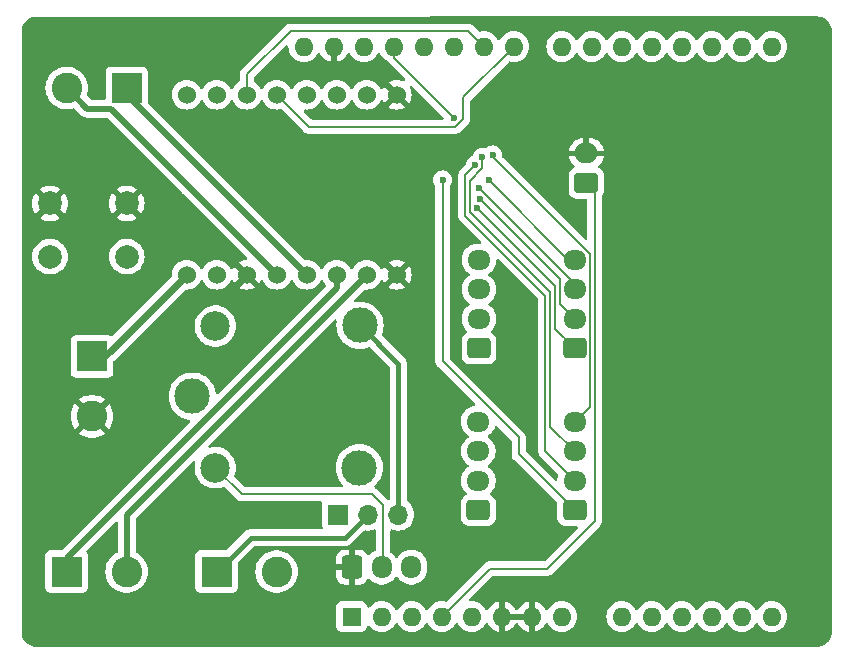
<source format=gbr>
%TF.GenerationSoftware,KiCad,Pcbnew,8.0.1*%
%TF.CreationDate,2024-06-08T08:25:42+08:00*%
%TF.ProjectId,uno_car,756e6f5f-6361-4722-9e6b-696361645f70,v1.0.2*%
%TF.SameCoordinates,Original*%
%TF.FileFunction,Copper,L2,Bot*%
%TF.FilePolarity,Positive*%
%FSLAX46Y46*%
G04 Gerber Fmt 4.6, Leading zero omitted, Abs format (unit mm)*
G04 Created by KiCad (PCBNEW 8.0.1) date 2024-06-08 08:25:42*
%MOMM*%
%LPD*%
G01*
G04 APERTURE LIST*
G04 Aperture macros list*
%AMRoundRect*
0 Rectangle with rounded corners*
0 $1 Rounding radius*
0 $2 $3 $4 $5 $6 $7 $8 $9 X,Y pos of 4 corners*
0 Add a 4 corners polygon primitive as box body*
4,1,4,$2,$3,$4,$5,$6,$7,$8,$9,$2,$3,0*
0 Add four circle primitives for the rounded corners*
1,1,$1+$1,$2,$3*
1,1,$1+$1,$4,$5*
1,1,$1+$1,$6,$7*
1,1,$1+$1,$8,$9*
0 Add four rect primitives between the rounded corners*
20,1,$1+$1,$2,$3,$4,$5,0*
20,1,$1+$1,$4,$5,$6,$7,0*
20,1,$1+$1,$6,$7,$8,$9,0*
20,1,$1+$1,$8,$9,$2,$3,0*%
G04 Aperture macros list end*
%TA.AperFunction,ComponentPad*%
%ADD10RoundRect,0.250000X0.725000X-0.600000X0.725000X0.600000X-0.725000X0.600000X-0.725000X-0.600000X0*%
%TD*%
%TA.AperFunction,ComponentPad*%
%ADD11O,1.950000X1.700000*%
%TD*%
%TA.AperFunction,ComponentPad*%
%ADD12R,2.600000X2.600000*%
%TD*%
%TA.AperFunction,ComponentPad*%
%ADD13C,2.600000*%
%TD*%
%TA.AperFunction,ComponentPad*%
%ADD14R,1.700000X1.700000*%
%TD*%
%TA.AperFunction,ComponentPad*%
%ADD15O,1.700000X1.700000*%
%TD*%
%TA.AperFunction,ComponentPad*%
%ADD16RoundRect,0.250000X0.750000X-0.600000X0.750000X0.600000X-0.750000X0.600000X-0.750000X-0.600000X0*%
%TD*%
%TA.AperFunction,ComponentPad*%
%ADD17O,2.000000X1.700000*%
%TD*%
%TA.AperFunction,ComponentPad*%
%ADD18C,3.000000*%
%TD*%
%TA.AperFunction,ComponentPad*%
%ADD19C,2.500000*%
%TD*%
%TA.AperFunction,ComponentPad*%
%ADD20C,2.000000*%
%TD*%
%TA.AperFunction,ComponentPad*%
%ADD21C,1.524000*%
%TD*%
%TA.AperFunction,ComponentPad*%
%ADD22RoundRect,0.250000X-0.600000X-0.725000X0.600000X-0.725000X0.600000X0.725000X-0.600000X0.725000X0*%
%TD*%
%TA.AperFunction,ComponentPad*%
%ADD23O,1.700000X1.950000*%
%TD*%
%TA.AperFunction,ComponentPad*%
%ADD24R,1.600000X1.600000*%
%TD*%
%TA.AperFunction,ComponentPad*%
%ADD25O,1.600000X1.600000*%
%TD*%
%TA.AperFunction,ViaPad*%
%ADD26C,0.600000*%
%TD*%
%TA.AperFunction,Conductor*%
%ADD27C,0.200000*%
%TD*%
%TA.AperFunction,Conductor*%
%ADD28C,0.600000*%
%TD*%
%TA.AperFunction,Conductor*%
%ADD29C,0.400000*%
%TD*%
%TA.AperFunction,Conductor*%
%ADD30C,0.500000*%
%TD*%
G04 APERTURE END LIST*
D10*
%TO.P,J9,1,Pin_1*%
%TO.N,Net-(J9-Pin_1)*%
X189050000Y-76350000D03*
D11*
%TO.P,J9,2,Pin_2*%
%TO.N,Net-(J9-Pin_2)*%
X189050000Y-73850000D03*
%TO.P,J9,3,Pin_3*%
%TO.N,Net-(J9-Pin_3)*%
X189050000Y-71350000D03*
%TO.P,J9,4,Pin_4*%
%TO.N,Net-(J9-Pin_4)*%
X189050000Y-68850000D03*
%TD*%
D10*
%TO.P,J8,1,Pin_1*%
%TO.N,Net-(J8-Pin_1)*%
X180900000Y-90050000D03*
D11*
%TO.P,J8,2,Pin_2*%
%TO.N,Net-(J8-Pin_2)*%
X180900000Y-87550000D03*
%TO.P,J8,3,Pin_3*%
%TO.N,Net-(J8-Pin_3)*%
X180900000Y-85050000D03*
%TO.P,J8,4,Pin_4*%
%TO.N,Net-(J8-Pin_4)*%
X180900000Y-82550000D03*
%TD*%
D12*
%TO.P,J5,1,Pin_1*%
%TO.N,Net-(J5-Pin_1)*%
X148183000Y-77022000D03*
D13*
%TO.P,J5,2,Pin_2*%
%TO.N,GND*%
X148183000Y-82102000D03*
%TD*%
D10*
%TO.P,J10,1,Pin_1*%
%TO.N,Net-(J10-Pin_1)*%
X189050000Y-90050000D03*
D11*
%TO.P,J10,2,Pin_2*%
%TO.N,Net-(J10-Pin_2)*%
X189050000Y-87550000D03*
%TO.P,J10,3,Pin_3*%
%TO.N,Net-(J10-Pin_3)*%
X189050000Y-85050000D03*
%TO.P,J10,4,Pin_4*%
%TO.N,Net-(J10-Pin_4)*%
X189050000Y-82550000D03*
%TD*%
D14*
%TO.P,JP1,1,A*%
%TO.N,Net-(JP1-A)*%
X169037000Y-90424000D03*
D15*
%TO.P,JP1,2,C*%
%TO.N,Net-(J2-Pin_1)*%
X171577000Y-90424000D03*
%TO.P,JP1,3,B*%
%TO.N,Net-(JP1-B)*%
X174117000Y-90424000D03*
%TD*%
D12*
%TO.P,J3,1,Pin_1*%
%TO.N,Net-(J3-Pin_1)*%
X151135000Y-54305000D03*
D13*
%TO.P,J3,2,Pin_2*%
%TO.N,Net-(J3-Pin_2)*%
X146055000Y-54305000D03*
%TD*%
D16*
%TO.P,J6,1,Pin_1*%
%TO.N,+3V3*%
X190050000Y-62350000D03*
D17*
%TO.P,J6,2,Pin_2*%
%TO.N,GND*%
X190050000Y-59850000D03*
%TD*%
D18*
%TO.P,K1,1*%
%TO.N,Net-(J2-Pin_2)*%
X156675000Y-80400000D03*
D19*
%TO.P,K1,2*%
%TO.N,Net-(D1-A)*%
X158625000Y-86450000D03*
D18*
%TO.P,K1,3*%
%TO.N,Net-(JP1-A)*%
X170825000Y-86450000D03*
%TO.P,K1,4*%
%TO.N,Net-(JP1-B)*%
X170875000Y-74400000D03*
D19*
%TO.P,K1,5*%
%TO.N,+5V*%
X158625000Y-74450000D03*
%TD*%
D10*
%TO.P,J7,1,Pin_1*%
%TO.N,Net-(J7-Pin_1)*%
X180950000Y-76350000D03*
D11*
%TO.P,J7,2,Pin_2*%
%TO.N,Net-(J7-Pin_2)*%
X180950000Y-73850000D03*
%TO.P,J7,3,Pin_3*%
%TO.N,Net-(J7-Pin_3)*%
X180950000Y-71350000D03*
%TO.P,J7,4,Pin_4*%
%TO.N,Net-(J7-Pin_4)*%
X180950000Y-68850000D03*
%TD*%
D20*
%TO.P,SW1,1,1*%
%TO.N,Net-(A1-~{RESET})*%
X151130000Y-68580000D03*
X144630000Y-68580000D03*
%TO.P,SW1,2,2*%
%TO.N,GND*%
X151130000Y-64080000D03*
X144630000Y-64080000D03*
%TD*%
D12*
%TO.P,J2,1,Pin_1*%
%TO.N,Net-(J2-Pin_1)*%
X158745000Y-95250000D03*
D13*
%TO.P,J2,2,Pin_2*%
%TO.N,Net-(J2-Pin_2)*%
X163825000Y-95250000D03*
%TD*%
D12*
%TO.P,J4,1,Pin_1*%
%TO.N,Net-(J4-Pin_1)*%
X146045000Y-95250000D03*
D13*
%TO.P,J4,2,Pin_2*%
%TO.N,Net-(J4-Pin_2)*%
X151125000Y-95250000D03*
%TD*%
D21*
%TO.P,U1,1,VM*%
%TO.N,Net-(J5-Pin_1)*%
X156210000Y-70104000D03*
%TO.P,U1,2,VCC*%
%TO.N,+5V*%
X158750000Y-70104000D03*
%TO.P,U1,3,GND*%
%TO.N,GND*%
X161290000Y-70104000D03*
%TO.P,U1,4,AO1*%
%TO.N,Net-(J3-Pin_2)*%
X163830000Y-70104000D03*
%TO.P,U1,5,AO2*%
%TO.N,Net-(J3-Pin_1)*%
X166370000Y-70104000D03*
%TO.P,U1,6,BO2*%
%TO.N,Net-(J4-Pin_1)*%
X168910000Y-70104000D03*
%TO.P,U1,7,BO1*%
%TO.N,Net-(J4-Pin_2)*%
X171450000Y-70104000D03*
%TO.P,U1,8,GND*%
%TO.N,GND*%
X173990000Y-70104000D03*
%TO.P,U1,9,PWMA*%
%TO.N,/PWMA*%
X156210000Y-54864000D03*
%TO.P,U1,10,AIN2*%
%TO.N,/AIN2*%
X158750000Y-54864000D03*
%TO.P,U1,11,AIN1*%
%TO.N,/AIN1*%
X161290000Y-54864000D03*
%TO.P,U1,12,STBY*%
%TO.N,/STBY*%
X163830000Y-54864000D03*
%TO.P,U1,13,BIN1*%
%TO.N,/BIN1*%
X166370000Y-54864000D03*
%TO.P,U1,14,BIN2*%
%TO.N,/BIN2*%
X168910000Y-54864000D03*
%TO.P,U1,15,PWMB*%
%TO.N,/PWMB*%
X171450000Y-54864000D03*
%TO.P,U1,16,GND*%
%TO.N,GND*%
X173990000Y-54864000D03*
%TD*%
D22*
%TO.P,J1,1,Pin_1*%
%TO.N,GND*%
X170220000Y-94869000D03*
D23*
%TO.P,J1,2,Pin_2*%
%TO.N,Net-(D1-A)*%
X172720000Y-94869000D03*
%TO.P,J1,3,Pin_3*%
%TO.N,+5V*%
X175220000Y-94869000D03*
%TD*%
D24*
%TO.P,A1,1,NC*%
%TO.N,unconnected-(A1-NC-Pad1)*%
X170180000Y-99060000D03*
D25*
%TO.P,A1,2,IOREF*%
%TO.N,unconnected-(A1-IOREF-Pad2)*%
X172720000Y-99060000D03*
%TO.P,A1,3,~{RESET}*%
%TO.N,Net-(A1-~{RESET})*%
X175260000Y-99060000D03*
%TO.P,A1,4,3V3*%
%TO.N,+3V3*%
X177800000Y-99060000D03*
%TO.P,A1,5,+5V*%
%TO.N,+5V*%
X180340000Y-99060000D03*
%TO.P,A1,6,GND*%
%TO.N,GND*%
X182880000Y-99060000D03*
%TO.P,A1,7,GND*%
X185420000Y-99060000D03*
%TO.P,A1,8,VIN*%
%TO.N,VCC*%
X187960000Y-99060000D03*
%TO.P,A1,9,A0*%
%TO.N,/SIG*%
X193040000Y-99060000D03*
%TO.P,A1,10,A1*%
%TO.N,/LEDS_CK*%
X195580000Y-99060000D03*
%TO.P,A1,11,A2*%
%TO.N,/LEDS_LATCH*%
X198120000Y-99060000D03*
%TO.P,A1,12,A3*%
%TO.N,/LEDS_DATA*%
X200660000Y-99060000D03*
%TO.P,A1,13,SDA/A4*%
%TO.N,unconnected-(A1-SDA{slash}A4-Pad13)*%
X203200000Y-99060000D03*
%TO.P,A1,14,SCL/A5*%
%TO.N,unconnected-(A1-SCL{slash}A5-Pad14)*%
X205740000Y-99060000D03*
%TO.P,A1,15,D0/RX*%
%TO.N,Net-(A1-D0{slash}RX)*%
X205740000Y-50800000D03*
%TO.P,A1,16,D1/TX*%
%TO.N,Net-(A1-D1{slash}TX)*%
X203200000Y-50800000D03*
%TO.P,A1,17,D2*%
%TO.N,/S0*%
X200660000Y-50800000D03*
%TO.P,A1,18,D3*%
%TO.N,/S1*%
X198120000Y-50800000D03*
%TO.P,A1,19,D4*%
%TO.N,/S2*%
X195580000Y-50800000D03*
%TO.P,A1,20,D5*%
%TO.N,/PWMB*%
X193040000Y-50800000D03*
%TO.P,A1,21,D6*%
%TO.N,/BIN2*%
X190500000Y-50800000D03*
%TO.P,A1,22,D7*%
%TO.N,/BIN1*%
X187960000Y-50800000D03*
%TO.P,A1,23,D8*%
%TO.N,/STBY*%
X183900000Y-50800000D03*
%TO.P,A1,24,D9*%
%TO.N,/AIN1*%
X181360000Y-50800000D03*
%TO.P,A1,25,D10*%
%TO.N,/AIN2*%
X178820000Y-50800000D03*
%TO.P,A1,26,D11*%
%TO.N,/PWMA*%
X176280000Y-50800000D03*
%TO.P,A1,27,D12*%
%TO.N,/S3*%
X173740000Y-50800000D03*
%TO.P,A1,28,D13*%
%TO.N,unconnected-(A1-D13-Pad28)*%
X171200000Y-50800000D03*
%TO.P,A1,29,GND*%
%TO.N,GND*%
X168660000Y-50800000D03*
%TO.P,A1,30,AREF*%
%TO.N,unconnected-(A1-AREF-Pad30)*%
X166120000Y-50800000D03*
%TD*%
D26*
%TO.N,GND*%
X195850000Y-95520000D03*
X194450000Y-96660000D03*
X167640000Y-76200000D03*
X187855000Y-57580900D03*
X197130000Y-94250000D03*
%TO.N,/S3*%
X178846000Y-56835300D03*
%TO.N,Net-(J9-Pin_1)*%
X180814000Y-64467600D03*
%TO.N,Net-(J9-Pin_2)*%
X181041283Y-63700563D03*
%TO.N,Net-(J9-Pin_4)*%
X181795700Y-62125000D03*
%TO.N,Net-(J9-Pin_3)*%
X180964249Y-62775000D03*
%TO.N,Net-(J10-Pin_1)*%
X177867000Y-62085700D03*
%TO.N,Net-(J10-Pin_2)*%
X180636000Y-60825000D03*
%TO.N,Net-(J10-Pin_4)*%
X182100000Y-59961300D03*
%TO.N,Net-(J10-Pin_3)*%
X181233192Y-60175000D03*
%TD*%
D27*
%TO.N,GND*%
X187855000Y-57580900D02*
X187855000Y-59045000D01*
X168750000Y-100150000D02*
X169150000Y-100550000D01*
X176800000Y-95600000D02*
X176800000Y-72914000D01*
X170220000Y-96370000D02*
X168750000Y-97840000D01*
X188650000Y-59850000D02*
X187850000Y-59050000D01*
X170450000Y-96600000D02*
X175800000Y-96600000D01*
X187850000Y-59050000D02*
X179150000Y-59050000D01*
X169150000Y-100550000D02*
X182880000Y-100550000D01*
X168660000Y-50800000D02*
X168660000Y-52010000D01*
X174980000Y-63220000D02*
X174980000Y-69114000D01*
X151130000Y-64080000D02*
X153700000Y-66650000D01*
X190050000Y-59850000D02*
X188650000Y-59850000D01*
D28*
X148183000Y-82102000D02*
X158285000Y-72000000D01*
D27*
X179150000Y-59050000D02*
X174980000Y-63220000D01*
X168660000Y-52010000D02*
X170140000Y-53490000D01*
X157836000Y-66650000D02*
X161290000Y-70104000D01*
X174980000Y-69114000D02*
X173990000Y-70104000D01*
X170220000Y-94869000D02*
X170220000Y-96370000D01*
X175800000Y-96600000D02*
X176800000Y-95600000D01*
D28*
X158285000Y-72000000D02*
X159394000Y-72000000D01*
D27*
X182880000Y-100550000D02*
X182880000Y-99060000D01*
X168750000Y-97840000D02*
X168750000Y-100150000D01*
X170220000Y-96370000D02*
X170450000Y-96600000D01*
X170140000Y-53490000D02*
X172616000Y-53490000D01*
D28*
X159394000Y-72000000D02*
X161290000Y-70104000D01*
D27*
X153700000Y-66650000D02*
X157836000Y-66650000D01*
X187855000Y-59045000D02*
X187850000Y-59050000D01*
X172616000Y-53490000D02*
X173990000Y-54864000D01*
X176800000Y-72914000D02*
X173990000Y-70104000D01*
%TO.N,+3V3*%
X181870000Y-94990000D02*
X186750000Y-94990000D01*
X177800000Y-99060000D02*
X181870000Y-94990000D01*
X186750000Y-94990000D02*
X190733000Y-91007000D01*
X190733000Y-91007000D02*
X190733000Y-63033400D01*
X190733000Y-63033400D02*
X190050000Y-62350000D01*
%TO.N,/STBY*%
X179625000Y-56904829D02*
X178954829Y-57575000D01*
X179625000Y-55075000D02*
X179625000Y-56904829D01*
X166541000Y-57575000D02*
X163830000Y-54864000D01*
X178954829Y-57575000D02*
X166541000Y-57575000D01*
X183900000Y-50800000D02*
X179625000Y-55075000D01*
%TO.N,/AIN1*%
X181360000Y-50800000D02*
X180010000Y-49450000D01*
X165000000Y-49450000D02*
X161290000Y-53160000D01*
X161290000Y-53160000D02*
X161290000Y-54864000D01*
X180010000Y-49450000D02*
X165000000Y-49450000D01*
%TO.N,/S3*%
X173740000Y-51729300D02*
X178846000Y-56835300D01*
X173740000Y-50800000D02*
X173740000Y-51729300D01*
%TO.N,Net-(D1-A)*%
X171900000Y-88700000D02*
X160875000Y-88700000D01*
X172850000Y-89650000D02*
X171900000Y-88700000D01*
X172720000Y-94869000D02*
X172850000Y-94739000D01*
X160875000Y-88700000D02*
X158625000Y-86450000D01*
X172850000Y-94739000D02*
X172850000Y-89650000D01*
D29*
%TO.N,Net-(J2-Pin_1)*%
X169625000Y-92375000D02*
X161620000Y-92375000D01*
X161620000Y-92375000D02*
X158745000Y-95250000D01*
D27*
X171577000Y-90424000D02*
X171576000Y-90424000D01*
D29*
X171576000Y-90424000D02*
X169625000Y-92375000D01*
D30*
%TO.N,Net-(J3-Pin_1)*%
X151135000Y-54869000D02*
X166370000Y-70104000D01*
X151135000Y-54305000D02*
X151135000Y-54869000D01*
%TO.N,Net-(J4-Pin_1)*%
X146045000Y-94105000D02*
X168910000Y-71240000D01*
X168910000Y-71240000D02*
X168910000Y-70104000D01*
X146045000Y-95250000D02*
X146045000Y-94105000D01*
%TO.N,Net-(J4-Pin_2)*%
X171450000Y-70104000D02*
X151125000Y-90429000D01*
X151125000Y-90429000D02*
X151125000Y-95250000D01*
D28*
%TO.N,Net-(J5-Pin_1)*%
X148183000Y-77022000D02*
X149292000Y-77022000D01*
X149292000Y-77022000D02*
X156210000Y-70104000D01*
D27*
%TO.N,Net-(J9-Pin_1)*%
X189050000Y-76350000D02*
X187375000Y-74675000D01*
X187375000Y-71028600D02*
X180814000Y-64467600D01*
X187375000Y-74675000D02*
X187375000Y-71028600D01*
%TO.N,Net-(J9-Pin_2)*%
X187775000Y-70449300D02*
X187775000Y-72575000D01*
X181041283Y-63715583D02*
X187775000Y-70449300D01*
X187775000Y-72575000D02*
X189050000Y-73850000D01*
X181041283Y-63700563D02*
X181041283Y-63715583D01*
%TO.N,Net-(J9-Pin_4)*%
X188520700Y-68850000D02*
X189050000Y-68850000D01*
X181795700Y-62125000D02*
X188520700Y-68850000D01*
%TO.N,Net-(J9-Pin_3)*%
X180964249Y-62775000D02*
X189050000Y-70860751D01*
X189050000Y-70860751D02*
X189050000Y-71350000D01*
D29*
%TO.N,Net-(JP1-B)*%
X170875000Y-74400000D02*
X174117000Y-77642000D01*
X174117000Y-77642000D02*
X174117000Y-90424000D01*
D30*
%TO.N,Net-(J3-Pin_2)*%
X146055000Y-54305000D02*
X147805000Y-56055000D01*
X147805000Y-56055000D02*
X149781000Y-56055000D01*
X149781000Y-56055000D02*
X163830000Y-70104000D01*
D27*
%TO.N,Net-(J10-Pin_1)*%
X184320000Y-85320000D02*
X189050000Y-90050000D01*
X177867000Y-77442000D02*
X184320000Y-83895000D01*
X177867000Y-62085700D02*
X177867000Y-77442000D01*
X184320000Y-83895000D02*
X184320000Y-85320000D01*
%TO.N,Net-(J10-Pin_2)*%
X179809000Y-65129000D02*
X186575000Y-71895000D01*
X180636000Y-60825000D02*
X179809000Y-61652000D01*
X186575000Y-71895000D02*
X186575000Y-85075000D01*
X186575000Y-85075000D02*
X189050000Y-87550000D01*
X179809000Y-61652000D02*
X179809000Y-65129000D01*
%TO.N,Net-(J10-Pin_4)*%
X190328000Y-81272000D02*
X189050000Y-82550000D01*
X190328000Y-68360200D02*
X190328000Y-81272000D01*
X182100000Y-59961300D02*
X182100000Y-60132200D01*
X182100000Y-60132200D02*
X190328000Y-68360200D01*
%TO.N,Net-(J10-Pin_3)*%
X180209000Y-64776900D02*
X183104000Y-67672000D01*
X183104100Y-67672000D02*
X186975000Y-71542900D01*
X181236000Y-60177808D02*
X181236000Y-61113500D01*
X186975000Y-82975000D02*
X189050000Y-85050000D01*
X183104000Y-67672000D02*
X183104100Y-67672000D01*
X181233192Y-60175000D02*
X181236000Y-60177808D01*
X181236000Y-61113500D02*
X180209000Y-62140500D01*
X180209000Y-62140500D02*
X180209000Y-64776900D01*
X186975000Y-71542900D02*
X186975000Y-82975000D01*
%TD*%
%TA.AperFunction,Conductor*%
%TO.N,GND*%
G36*
X184954075Y-98867007D02*
G01*
X184920000Y-98994174D01*
X184920000Y-99125826D01*
X184954075Y-99252993D01*
X184986988Y-99310000D01*
X183313012Y-99310000D01*
X183345925Y-99252993D01*
X183380000Y-99125826D01*
X183380000Y-98994174D01*
X183345925Y-98867007D01*
X183313012Y-98810000D01*
X184986988Y-98810000D01*
X184954075Y-98867007D01*
G37*
%TD.AperFunction*%
%TA.AperFunction,Conductor*%
G36*
X168830354Y-73887525D02*
G01*
X168886287Y-73929397D01*
X168910704Y-73994861D01*
X168908186Y-74030064D01*
X168889805Y-74114562D01*
X168889804Y-74114566D01*
X168869390Y-74399998D01*
X168869390Y-74400001D01*
X168889804Y-74685433D01*
X168950628Y-74965037D01*
X168950629Y-74965039D01*
X168950631Y-74965046D01*
X169022334Y-75157288D01*
X169050635Y-75233166D01*
X169187770Y-75484309D01*
X169187775Y-75484317D01*
X169359254Y-75713387D01*
X169359270Y-75713405D01*
X169561594Y-75915729D01*
X169561612Y-75915745D01*
X169790682Y-76087224D01*
X169790690Y-76087229D01*
X170041833Y-76224364D01*
X170041832Y-76224364D01*
X170041836Y-76224365D01*
X170041839Y-76224367D01*
X170309954Y-76324369D01*
X170309960Y-76324370D01*
X170309962Y-76324371D01*
X170589566Y-76385195D01*
X170589568Y-76385195D01*
X170589572Y-76385196D01*
X170843220Y-76403337D01*
X170874999Y-76405610D01*
X170875000Y-76405610D01*
X170875001Y-76405610D01*
X170903595Y-76403564D01*
X171160428Y-76385196D01*
X171440046Y-76324369D01*
X171633897Y-76252065D01*
X171703588Y-76247082D01*
X171764911Y-76280567D01*
X173380181Y-77895837D01*
X173413666Y-77957160D01*
X173416500Y-77983518D01*
X173416500Y-89067903D01*
X173396815Y-89134942D01*
X173344011Y-89180697D01*
X173274853Y-89190641D01*
X173211297Y-89161616D01*
X173204819Y-89155584D01*
X172387590Y-88338355D01*
X172387588Y-88338352D01*
X172268717Y-88219481D01*
X172268712Y-88219477D01*
X172165180Y-88159703D01*
X172116964Y-88109136D01*
X172103741Y-88040529D01*
X172129709Y-87975664D01*
X172139499Y-87964635D01*
X172340729Y-87763405D01*
X172340739Y-87763395D01*
X172512226Y-87534315D01*
X172649367Y-87283161D01*
X172749369Y-87015046D01*
X172810196Y-86735428D01*
X172830610Y-86450000D01*
X172810196Y-86164572D01*
X172791822Y-86080109D01*
X172749371Y-85884962D01*
X172749370Y-85884960D01*
X172749369Y-85884954D01*
X172649367Y-85616839D01*
X172554834Y-85443716D01*
X172512229Y-85365690D01*
X172512224Y-85365682D01*
X172340745Y-85136612D01*
X172340729Y-85136594D01*
X172138405Y-84934270D01*
X172138387Y-84934254D01*
X171909317Y-84762775D01*
X171909309Y-84762770D01*
X171658166Y-84625635D01*
X171658167Y-84625635D01*
X171541925Y-84582279D01*
X171390046Y-84525631D01*
X171390043Y-84525630D01*
X171390037Y-84525628D01*
X171110433Y-84464804D01*
X170825001Y-84444390D01*
X170824999Y-84444390D01*
X170539566Y-84464804D01*
X170259962Y-84525628D01*
X169991833Y-84625635D01*
X169740690Y-84762770D01*
X169740682Y-84762775D01*
X169511612Y-84934254D01*
X169511594Y-84934270D01*
X169309270Y-85136594D01*
X169309254Y-85136612D01*
X169137775Y-85365682D01*
X169137770Y-85365690D01*
X169000635Y-85616833D01*
X168900628Y-85884962D01*
X168839804Y-86164566D01*
X168819390Y-86449998D01*
X168819390Y-86450001D01*
X168839804Y-86735433D01*
X168900628Y-87015037D01*
X168900630Y-87015043D01*
X168900631Y-87015046D01*
X168987519Y-87248001D01*
X169000635Y-87283166D01*
X169137770Y-87534309D01*
X169137775Y-87534317D01*
X169309254Y-87763387D01*
X169309270Y-87763405D01*
X169433684Y-87887819D01*
X169467169Y-87949142D01*
X169462185Y-88018834D01*
X169420313Y-88074767D01*
X169354849Y-88099184D01*
X169346003Y-88099500D01*
X161175098Y-88099500D01*
X161108059Y-88079815D01*
X161087417Y-88063181D01*
X160272237Y-87248001D01*
X160238752Y-87186678D01*
X160243736Y-87116986D01*
X160244467Y-87115075D01*
X160302420Y-86967416D01*
X160360802Y-86711630D01*
X160375170Y-86519896D01*
X160380408Y-86450004D01*
X160380408Y-86449995D01*
X160360803Y-86188379D01*
X160360802Y-86188374D01*
X160360802Y-86188370D01*
X160302420Y-85932584D01*
X160206568Y-85688357D01*
X160075386Y-85461143D01*
X159911805Y-85256019D01*
X159911804Y-85256018D01*
X159911801Y-85256014D01*
X159719479Y-85077567D01*
X159673864Y-85046467D01*
X159502704Y-84929772D01*
X159502700Y-84929770D01*
X159502697Y-84929768D01*
X159502696Y-84929767D01*
X159266325Y-84815938D01*
X159266327Y-84815938D01*
X159015623Y-84738606D01*
X159015619Y-84738605D01*
X159015615Y-84738604D01*
X158890823Y-84719794D01*
X158756187Y-84699500D01*
X158756182Y-84699500D01*
X158493818Y-84699500D01*
X158493812Y-84699500D01*
X158332247Y-84723853D01*
X158234385Y-84738604D01*
X158234382Y-84738605D01*
X158234380Y-84738605D01*
X158195023Y-84750745D01*
X158125160Y-84751694D01*
X158065874Y-84714721D01*
X158035988Y-84651566D01*
X158044991Y-84582279D01*
X158070791Y-84544575D01*
X168699341Y-73916024D01*
X168760662Y-73882541D01*
X168830354Y-73887525D01*
G37*
%TD.AperFunction*%
%TA.AperFunction,Conductor*%
G36*
X175317910Y-54156445D02*
G01*
X177924284Y-56762819D01*
X177957769Y-56824142D01*
X177952785Y-56893834D01*
X177910913Y-56949767D01*
X177845449Y-56974184D01*
X177836603Y-56974500D01*
X166841097Y-56974500D01*
X166774058Y-56954815D01*
X166753416Y-56938181D01*
X166146861Y-56331626D01*
X166113376Y-56270303D01*
X166118360Y-56200611D01*
X166160232Y-56144678D01*
X166225696Y-56120261D01*
X166245339Y-56120416D01*
X166357530Y-56130232D01*
X166369999Y-56131323D01*
X166370000Y-56131323D01*
X166370002Y-56131323D01*
X166425017Y-56126509D01*
X166590068Y-56112070D01*
X166803450Y-56054894D01*
X167003662Y-55961534D01*
X167184620Y-55834826D01*
X167340826Y-55678620D01*
X167467534Y-55497662D01*
X167527618Y-55368811D01*
X167573790Y-55316371D01*
X167640983Y-55297219D01*
X167707865Y-55317435D01*
X167752382Y-55368811D01*
X167812464Y-55497658D01*
X167812468Y-55497666D01*
X167939170Y-55678615D01*
X167939175Y-55678621D01*
X168095378Y-55834824D01*
X168095384Y-55834829D01*
X168276333Y-55961531D01*
X168276335Y-55961532D01*
X168276338Y-55961534D01*
X168476550Y-56054894D01*
X168689932Y-56112070D01*
X168836743Y-56124914D01*
X168909998Y-56131323D01*
X168910000Y-56131323D01*
X168910002Y-56131323D01*
X168965017Y-56126509D01*
X169130068Y-56112070D01*
X169343450Y-56054894D01*
X169543662Y-55961534D01*
X169724620Y-55834826D01*
X169880826Y-55678620D01*
X170007534Y-55497662D01*
X170067618Y-55368811D01*
X170113790Y-55316371D01*
X170180983Y-55297219D01*
X170247865Y-55317435D01*
X170292382Y-55368811D01*
X170352464Y-55497658D01*
X170352468Y-55497666D01*
X170479170Y-55678615D01*
X170479175Y-55678621D01*
X170635378Y-55834824D01*
X170635384Y-55834829D01*
X170816333Y-55961531D01*
X170816335Y-55961532D01*
X170816338Y-55961534D01*
X171016550Y-56054894D01*
X171229932Y-56112070D01*
X171376743Y-56124914D01*
X171449998Y-56131323D01*
X171450000Y-56131323D01*
X171450002Y-56131323D01*
X171505017Y-56126509D01*
X171670068Y-56112070D01*
X171883450Y-56054894D01*
X172083662Y-55961534D01*
X172264620Y-55834826D01*
X172420826Y-55678620D01*
X172547534Y-55497662D01*
X172607894Y-55368218D01*
X172654066Y-55315779D01*
X172721259Y-55296627D01*
X172788141Y-55316843D01*
X172832658Y-55368219D01*
X172892898Y-55497405D01*
X172892901Y-55497411D01*
X172938258Y-55562187D01*
X172938259Y-55562188D01*
X173609000Y-54891447D01*
X173609000Y-54914160D01*
X173634964Y-55011061D01*
X173685124Y-55097940D01*
X173756060Y-55168876D01*
X173842939Y-55219036D01*
X173939840Y-55245000D01*
X173962553Y-55245000D01*
X173291810Y-55915740D01*
X173356590Y-55961099D01*
X173356592Y-55961100D01*
X173556715Y-56054419D01*
X173556729Y-56054424D01*
X173770013Y-56111573D01*
X173770023Y-56111575D01*
X173989999Y-56130821D01*
X173990001Y-56130821D01*
X174209976Y-56111575D01*
X174209986Y-56111573D01*
X174423270Y-56054424D01*
X174423284Y-56054419D01*
X174623407Y-55961100D01*
X174623417Y-55961094D01*
X174688188Y-55915741D01*
X174017448Y-55245000D01*
X174040160Y-55245000D01*
X174137061Y-55219036D01*
X174223940Y-55168876D01*
X174294876Y-55097940D01*
X174345036Y-55011061D01*
X174371000Y-54914160D01*
X174371000Y-54891447D01*
X175041741Y-55562188D01*
X175087094Y-55497417D01*
X175087100Y-55497407D01*
X175180419Y-55297284D01*
X175180424Y-55297270D01*
X175237573Y-55083986D01*
X175237575Y-55083976D01*
X175256821Y-54864000D01*
X175256821Y-54863999D01*
X175237575Y-54644023D01*
X175237573Y-54644013D01*
X175180424Y-54430729D01*
X175180421Y-54430720D01*
X175117847Y-54296531D01*
X175107355Y-54227454D01*
X175135875Y-54163670D01*
X175194351Y-54125430D01*
X175264218Y-54124875D01*
X175317910Y-54156445D01*
G37*
%TD.AperFunction*%
%TA.AperFunction,Conductor*%
G36*
X164734874Y-50666873D02*
G01*
X164790807Y-50708745D01*
X164815224Y-50774209D01*
X164815069Y-50793853D01*
X164814532Y-50799996D01*
X164814532Y-50800001D01*
X164834364Y-51026686D01*
X164834366Y-51026697D01*
X164893258Y-51246488D01*
X164893261Y-51246497D01*
X164989431Y-51452732D01*
X164989432Y-51452734D01*
X165119954Y-51639141D01*
X165280858Y-51800045D01*
X165280861Y-51800047D01*
X165467266Y-51930568D01*
X165673504Y-52026739D01*
X165893308Y-52085635D01*
X166034835Y-52098017D01*
X166119998Y-52105468D01*
X166120000Y-52105468D01*
X166120002Y-52105468D01*
X166176673Y-52100509D01*
X166346692Y-52085635D01*
X166566496Y-52026739D01*
X166772734Y-51930568D01*
X166959139Y-51800047D01*
X167120047Y-51639139D01*
X167250568Y-51452734D01*
X167277895Y-51394129D01*
X167324064Y-51341695D01*
X167391257Y-51322542D01*
X167458139Y-51342757D01*
X167502657Y-51394133D01*
X167529865Y-51452482D01*
X167660342Y-51638820D01*
X167821179Y-51799657D01*
X168007517Y-51930134D01*
X168213673Y-52026265D01*
X168213682Y-52026269D01*
X168409999Y-52078872D01*
X168410000Y-52078871D01*
X168410000Y-51233012D01*
X168467007Y-51265925D01*
X168594174Y-51300000D01*
X168725826Y-51300000D01*
X168852993Y-51265925D01*
X168910000Y-51233012D01*
X168910000Y-52078872D01*
X169106317Y-52026269D01*
X169106326Y-52026265D01*
X169312482Y-51930134D01*
X169498820Y-51799657D01*
X169659657Y-51638820D01*
X169790132Y-51452484D01*
X169817341Y-51394134D01*
X169863513Y-51341695D01*
X169930707Y-51322542D01*
X169997588Y-51342757D01*
X170042106Y-51394133D01*
X170069431Y-51452732D01*
X170069432Y-51452734D01*
X170199954Y-51639141D01*
X170360858Y-51800045D01*
X170360861Y-51800047D01*
X170547266Y-51930568D01*
X170753504Y-52026739D01*
X170973308Y-52085635D01*
X171114835Y-52098017D01*
X171199998Y-52105468D01*
X171200000Y-52105468D01*
X171200002Y-52105468D01*
X171256673Y-52100509D01*
X171426692Y-52085635D01*
X171646496Y-52026739D01*
X171852734Y-51930568D01*
X172039139Y-51800047D01*
X172200047Y-51639139D01*
X172330568Y-51452734D01*
X172357618Y-51394724D01*
X172403790Y-51342285D01*
X172470983Y-51323133D01*
X172537865Y-51343348D01*
X172582382Y-51394725D01*
X172609429Y-51452728D01*
X172609432Y-51452734D01*
X172739954Y-51639141D01*
X172900858Y-51800045D01*
X172900861Y-51800047D01*
X173087266Y-51930568D01*
X173134384Y-51952539D01*
X173155199Y-51962246D01*
X173207638Y-52008419D01*
X173210181Y-52012628D01*
X173259477Y-52098012D01*
X173259481Y-52098017D01*
X173378349Y-52216885D01*
X173378355Y-52216890D01*
X174697553Y-53536088D01*
X174731038Y-53597411D01*
X174726054Y-53667103D01*
X174684182Y-53723036D01*
X174618718Y-53747453D01*
X174557468Y-53736151D01*
X174423284Y-53673580D01*
X174423270Y-53673575D01*
X174209986Y-53616426D01*
X174209976Y-53616424D01*
X173990001Y-53597179D01*
X173989999Y-53597179D01*
X173770023Y-53616424D01*
X173770013Y-53616426D01*
X173556729Y-53673575D01*
X173556720Y-53673579D01*
X173356590Y-53766901D01*
X173291811Y-53812258D01*
X173962553Y-54483000D01*
X173939840Y-54483000D01*
X173842939Y-54508964D01*
X173756060Y-54559124D01*
X173685124Y-54630060D01*
X173634964Y-54716939D01*
X173609000Y-54813840D01*
X173609000Y-54836553D01*
X172938258Y-54165811D01*
X172892901Y-54230590D01*
X172832658Y-54359781D01*
X172786485Y-54412220D01*
X172719292Y-54431372D01*
X172652411Y-54411156D01*
X172607894Y-54359781D01*
X172547534Y-54230340D01*
X172547533Y-54230338D01*
X172420827Y-54049381D01*
X172407343Y-54035897D01*
X172264620Y-53893174D01*
X172264616Y-53893171D01*
X172264615Y-53893170D01*
X172083666Y-53766468D01*
X172083662Y-53766466D01*
X172018651Y-53736151D01*
X171883450Y-53673106D01*
X171883447Y-53673105D01*
X171883445Y-53673104D01*
X171670070Y-53615930D01*
X171670062Y-53615929D01*
X171450002Y-53596677D01*
X171449998Y-53596677D01*
X171229937Y-53615929D01*
X171229929Y-53615930D01*
X171016554Y-53673104D01*
X171016548Y-53673107D01*
X170816340Y-53766465D01*
X170816338Y-53766466D01*
X170635377Y-53893175D01*
X170479175Y-54049377D01*
X170352466Y-54230338D01*
X170352465Y-54230340D01*
X170292382Y-54359189D01*
X170246209Y-54411628D01*
X170179016Y-54430780D01*
X170112135Y-54410564D01*
X170067618Y-54359189D01*
X170007534Y-54230340D01*
X170007533Y-54230338D01*
X169880827Y-54049381D01*
X169867343Y-54035897D01*
X169724620Y-53893174D01*
X169724616Y-53893171D01*
X169724615Y-53893170D01*
X169543666Y-53766468D01*
X169543662Y-53766466D01*
X169478651Y-53736151D01*
X169343450Y-53673106D01*
X169343447Y-53673105D01*
X169343445Y-53673104D01*
X169130070Y-53615930D01*
X169130062Y-53615929D01*
X168910002Y-53596677D01*
X168909998Y-53596677D01*
X168689937Y-53615929D01*
X168689929Y-53615930D01*
X168476554Y-53673104D01*
X168476548Y-53673107D01*
X168276340Y-53766465D01*
X168276338Y-53766466D01*
X168095377Y-53893175D01*
X167939175Y-54049377D01*
X167812466Y-54230338D01*
X167812465Y-54230340D01*
X167752382Y-54359189D01*
X167706209Y-54411628D01*
X167639016Y-54430780D01*
X167572135Y-54410564D01*
X167527618Y-54359189D01*
X167467534Y-54230340D01*
X167467533Y-54230338D01*
X167340827Y-54049381D01*
X167327343Y-54035897D01*
X167184620Y-53893174D01*
X167184616Y-53893171D01*
X167184615Y-53893170D01*
X167003666Y-53766468D01*
X167003662Y-53766466D01*
X166938651Y-53736151D01*
X166803450Y-53673106D01*
X166803447Y-53673105D01*
X166803445Y-53673104D01*
X166590070Y-53615930D01*
X166590062Y-53615929D01*
X166370002Y-53596677D01*
X166369998Y-53596677D01*
X166149937Y-53615929D01*
X166149929Y-53615930D01*
X165936554Y-53673104D01*
X165936548Y-53673107D01*
X165736340Y-53766465D01*
X165736338Y-53766466D01*
X165555377Y-53893175D01*
X165399175Y-54049377D01*
X165272466Y-54230338D01*
X165272465Y-54230340D01*
X165212382Y-54359189D01*
X165166209Y-54411628D01*
X165099016Y-54430780D01*
X165032135Y-54410564D01*
X164987618Y-54359189D01*
X164927534Y-54230340D01*
X164927533Y-54230338D01*
X164800827Y-54049381D01*
X164787343Y-54035897D01*
X164644620Y-53893174D01*
X164644616Y-53893171D01*
X164644615Y-53893170D01*
X164463666Y-53766468D01*
X164463662Y-53766466D01*
X164398651Y-53736151D01*
X164263450Y-53673106D01*
X164263447Y-53673105D01*
X164263445Y-53673104D01*
X164050070Y-53615930D01*
X164050062Y-53615929D01*
X163830002Y-53596677D01*
X163829998Y-53596677D01*
X163609937Y-53615929D01*
X163609929Y-53615930D01*
X163396554Y-53673104D01*
X163396548Y-53673107D01*
X163196340Y-53766465D01*
X163196338Y-53766466D01*
X163015377Y-53893175D01*
X162859175Y-54049377D01*
X162732466Y-54230338D01*
X162732465Y-54230340D01*
X162672382Y-54359189D01*
X162626209Y-54411628D01*
X162559016Y-54430780D01*
X162492135Y-54410564D01*
X162447618Y-54359189D01*
X162387534Y-54230340D01*
X162387533Y-54230338D01*
X162260827Y-54049381D01*
X162247343Y-54035897D01*
X162104620Y-53893174D01*
X162104616Y-53893171D01*
X162104615Y-53893170D01*
X161943377Y-53780270D01*
X161899752Y-53725693D01*
X161890500Y-53678695D01*
X161890500Y-53460096D01*
X161910185Y-53393057D01*
X161926814Y-53372420D01*
X164603861Y-50695372D01*
X164665182Y-50661889D01*
X164734874Y-50666873D01*
G37*
%TD.AperFunction*%
%TA.AperFunction,Conductor*%
G36*
X209567621Y-48240117D02*
G01*
X209752896Y-48254695D01*
X209772104Y-48257737D01*
X209948058Y-48299978D01*
X209966555Y-48305988D01*
X210133733Y-48375234D01*
X210151067Y-48384065D01*
X210305351Y-48478609D01*
X210321091Y-48490045D01*
X210458682Y-48607559D01*
X210472440Y-48621317D01*
X210589954Y-48758908D01*
X210601392Y-48774651D01*
X210695932Y-48928929D01*
X210704765Y-48946266D01*
X210774011Y-49113444D01*
X210780024Y-49131950D01*
X210822261Y-49307889D01*
X210825305Y-49327109D01*
X210839881Y-49512369D01*
X210840263Y-49522097D01*
X210840262Y-49591741D01*
X210840264Y-49591770D01*
X210840264Y-100269264D01*
X210840262Y-100269298D01*
X210840263Y-100337902D01*
X210839881Y-100347630D01*
X210825305Y-100532890D01*
X210822261Y-100552110D01*
X210780024Y-100728049D01*
X210774011Y-100746555D01*
X210704765Y-100913733D01*
X210695932Y-100931070D01*
X210601392Y-101085348D01*
X210589954Y-101101091D01*
X210472440Y-101238682D01*
X210458682Y-101252440D01*
X210321091Y-101369954D01*
X210305348Y-101381392D01*
X210151070Y-101475932D01*
X210133733Y-101484765D01*
X209966555Y-101554011D01*
X209948049Y-101560024D01*
X209772110Y-101602261D01*
X209752890Y-101605305D01*
X209567632Y-101619880D01*
X209557906Y-101620262D01*
X209489155Y-101620262D01*
X209488911Y-101620277D01*
X143502101Y-101633026D01*
X143492350Y-101632644D01*
X143307107Y-101618068D01*
X143287889Y-101615024D01*
X143111930Y-101572784D01*
X143093425Y-101566772D01*
X142926256Y-101497533D01*
X142908918Y-101488699D01*
X142754627Y-101394153D01*
X142738885Y-101382717D01*
X142601287Y-101265201D01*
X142587528Y-101251442D01*
X142470009Y-101113850D01*
X142458572Y-101098109D01*
X142364023Y-100943825D01*
X142355189Y-100926488D01*
X142285939Y-100759312D01*
X142279926Y-100740806D01*
X142237683Y-100564864D01*
X142234639Y-100545652D01*
X142220118Y-100361185D01*
X142219736Y-100351454D01*
X142219736Y-99907870D01*
X168879500Y-99907870D01*
X168879501Y-99907876D01*
X168885908Y-99967483D01*
X168936202Y-100102328D01*
X168936206Y-100102335D01*
X169022452Y-100217544D01*
X169022455Y-100217547D01*
X169137664Y-100303793D01*
X169137671Y-100303797D01*
X169272517Y-100354091D01*
X169272516Y-100354091D01*
X169279444Y-100354835D01*
X169332127Y-100360500D01*
X171027872Y-100360499D01*
X171087483Y-100354091D01*
X171222331Y-100303796D01*
X171337546Y-100217546D01*
X171423796Y-100102331D01*
X171474091Y-99967483D01*
X171477862Y-99932401D01*
X171504599Y-99867855D01*
X171561990Y-99828006D01*
X171631816Y-99825511D01*
X171691905Y-99861163D01*
X171702726Y-99874536D01*
X171719956Y-99899143D01*
X171880858Y-100060045D01*
X171880861Y-100060047D01*
X172067266Y-100190568D01*
X172273504Y-100286739D01*
X172273509Y-100286740D01*
X172273511Y-100286741D01*
X172326415Y-100300916D01*
X172493308Y-100345635D01*
X172655230Y-100359801D01*
X172719998Y-100365468D01*
X172720000Y-100365468D01*
X172720002Y-100365468D01*
X172776807Y-100360498D01*
X172946692Y-100345635D01*
X173166496Y-100286739D01*
X173372734Y-100190568D01*
X173559139Y-100060047D01*
X173720047Y-99899139D01*
X173850568Y-99712734D01*
X173877618Y-99654724D01*
X173923790Y-99602285D01*
X173990983Y-99583133D01*
X174057865Y-99603348D01*
X174102382Y-99654725D01*
X174129429Y-99712728D01*
X174129432Y-99712734D01*
X174259954Y-99899141D01*
X174420858Y-100060045D01*
X174420861Y-100060047D01*
X174607266Y-100190568D01*
X174813504Y-100286739D01*
X174813509Y-100286740D01*
X174813511Y-100286741D01*
X174866415Y-100300916D01*
X175033308Y-100345635D01*
X175195230Y-100359801D01*
X175259998Y-100365468D01*
X175260000Y-100365468D01*
X175260002Y-100365468D01*
X175316807Y-100360498D01*
X175486692Y-100345635D01*
X175706496Y-100286739D01*
X175912734Y-100190568D01*
X176099139Y-100060047D01*
X176260047Y-99899139D01*
X176390568Y-99712734D01*
X176417618Y-99654724D01*
X176463790Y-99602285D01*
X176530983Y-99583133D01*
X176597865Y-99603348D01*
X176642382Y-99654725D01*
X176669429Y-99712728D01*
X176669432Y-99712734D01*
X176799954Y-99899141D01*
X176960858Y-100060045D01*
X176960861Y-100060047D01*
X177147266Y-100190568D01*
X177353504Y-100286739D01*
X177353509Y-100286740D01*
X177353511Y-100286741D01*
X177406415Y-100300916D01*
X177573308Y-100345635D01*
X177735230Y-100359801D01*
X177799998Y-100365468D01*
X177800000Y-100365468D01*
X177800002Y-100365468D01*
X177856807Y-100360498D01*
X178026692Y-100345635D01*
X178246496Y-100286739D01*
X178452734Y-100190568D01*
X178639139Y-100060047D01*
X178800047Y-99899139D01*
X178930568Y-99712734D01*
X178957618Y-99654724D01*
X179003790Y-99602285D01*
X179070983Y-99583133D01*
X179137865Y-99603348D01*
X179182382Y-99654725D01*
X179209429Y-99712728D01*
X179209432Y-99712734D01*
X179339954Y-99899141D01*
X179500858Y-100060045D01*
X179500861Y-100060047D01*
X179687266Y-100190568D01*
X179893504Y-100286739D01*
X179893509Y-100286740D01*
X179893511Y-100286741D01*
X179946415Y-100300916D01*
X180113308Y-100345635D01*
X180275230Y-100359801D01*
X180339998Y-100365468D01*
X180340000Y-100365468D01*
X180340002Y-100365468D01*
X180396807Y-100360498D01*
X180566692Y-100345635D01*
X180786496Y-100286739D01*
X180992734Y-100190568D01*
X181179139Y-100060047D01*
X181340047Y-99899139D01*
X181470568Y-99712734D01*
X181497895Y-99654129D01*
X181544064Y-99601695D01*
X181611257Y-99582542D01*
X181678139Y-99602757D01*
X181722657Y-99654133D01*
X181749865Y-99712482D01*
X181880342Y-99898820D01*
X182041179Y-100059657D01*
X182227517Y-100190134D01*
X182433673Y-100286265D01*
X182433682Y-100286269D01*
X182629999Y-100338872D01*
X182630000Y-100338871D01*
X182630000Y-99493012D01*
X182687007Y-99525925D01*
X182814174Y-99560000D01*
X182945826Y-99560000D01*
X183072993Y-99525925D01*
X183130000Y-99493012D01*
X183130000Y-100338872D01*
X183326317Y-100286269D01*
X183326326Y-100286265D01*
X183532482Y-100190134D01*
X183718820Y-100059657D01*
X183879657Y-99898820D01*
X184010134Y-99712481D01*
X184010135Y-99712479D01*
X184037618Y-99653543D01*
X184083790Y-99601103D01*
X184150983Y-99581951D01*
X184217864Y-99602166D01*
X184262382Y-99653543D01*
X184289864Y-99712479D01*
X184289865Y-99712481D01*
X184420342Y-99898820D01*
X184581179Y-100059657D01*
X184767517Y-100190134D01*
X184973673Y-100286265D01*
X184973682Y-100286269D01*
X185169999Y-100338872D01*
X185170000Y-100338871D01*
X185170000Y-99493012D01*
X185227007Y-99525925D01*
X185354174Y-99560000D01*
X185485826Y-99560000D01*
X185612993Y-99525925D01*
X185670000Y-99493012D01*
X185670000Y-100338872D01*
X185866317Y-100286269D01*
X185866326Y-100286265D01*
X186072482Y-100190134D01*
X186258820Y-100059657D01*
X186419657Y-99898820D01*
X186550132Y-99712484D01*
X186577341Y-99654134D01*
X186623513Y-99601695D01*
X186690707Y-99582542D01*
X186757588Y-99602757D01*
X186802106Y-99654133D01*
X186829431Y-99712732D01*
X186829432Y-99712734D01*
X186959954Y-99899141D01*
X187120858Y-100060045D01*
X187120861Y-100060047D01*
X187307266Y-100190568D01*
X187513504Y-100286739D01*
X187513509Y-100286740D01*
X187513511Y-100286741D01*
X187566415Y-100300916D01*
X187733308Y-100345635D01*
X187895230Y-100359801D01*
X187959998Y-100365468D01*
X187960000Y-100365468D01*
X187960002Y-100365468D01*
X188016807Y-100360498D01*
X188186692Y-100345635D01*
X188406496Y-100286739D01*
X188612734Y-100190568D01*
X188799139Y-100060047D01*
X188960047Y-99899139D01*
X189090568Y-99712734D01*
X189186739Y-99506496D01*
X189245635Y-99286692D01*
X189265468Y-99060001D01*
X191734532Y-99060001D01*
X191754364Y-99286686D01*
X191754366Y-99286697D01*
X191813258Y-99506488D01*
X191813261Y-99506497D01*
X191909431Y-99712732D01*
X191909432Y-99712734D01*
X192039954Y-99899141D01*
X192200858Y-100060045D01*
X192200861Y-100060047D01*
X192387266Y-100190568D01*
X192593504Y-100286739D01*
X192593509Y-100286740D01*
X192593511Y-100286741D01*
X192646415Y-100300916D01*
X192813308Y-100345635D01*
X192975230Y-100359801D01*
X193039998Y-100365468D01*
X193040000Y-100365468D01*
X193040002Y-100365468D01*
X193096807Y-100360498D01*
X193266692Y-100345635D01*
X193486496Y-100286739D01*
X193692734Y-100190568D01*
X193879139Y-100060047D01*
X194040047Y-99899139D01*
X194170568Y-99712734D01*
X194197618Y-99654724D01*
X194243790Y-99602285D01*
X194310983Y-99583133D01*
X194377865Y-99603348D01*
X194422382Y-99654725D01*
X194449429Y-99712728D01*
X194449432Y-99712734D01*
X194579954Y-99899141D01*
X194740858Y-100060045D01*
X194740861Y-100060047D01*
X194927266Y-100190568D01*
X195133504Y-100286739D01*
X195133509Y-100286740D01*
X195133511Y-100286741D01*
X195186415Y-100300916D01*
X195353308Y-100345635D01*
X195515230Y-100359801D01*
X195579998Y-100365468D01*
X195580000Y-100365468D01*
X195580002Y-100365468D01*
X195636807Y-100360498D01*
X195806692Y-100345635D01*
X196026496Y-100286739D01*
X196232734Y-100190568D01*
X196419139Y-100060047D01*
X196580047Y-99899139D01*
X196710568Y-99712734D01*
X196737618Y-99654724D01*
X196783790Y-99602285D01*
X196850983Y-99583133D01*
X196917865Y-99603348D01*
X196962382Y-99654725D01*
X196989429Y-99712728D01*
X196989432Y-99712734D01*
X197119954Y-99899141D01*
X197280858Y-100060045D01*
X197280861Y-100060047D01*
X197467266Y-100190568D01*
X197673504Y-100286739D01*
X197673509Y-100286740D01*
X197673511Y-100286741D01*
X197726415Y-100300916D01*
X197893308Y-100345635D01*
X198055230Y-100359801D01*
X198119998Y-100365468D01*
X198120000Y-100365468D01*
X198120002Y-100365468D01*
X198176807Y-100360498D01*
X198346692Y-100345635D01*
X198566496Y-100286739D01*
X198772734Y-100190568D01*
X198959139Y-100060047D01*
X199120047Y-99899139D01*
X199250568Y-99712734D01*
X199277618Y-99654724D01*
X199323790Y-99602285D01*
X199390983Y-99583133D01*
X199457865Y-99603348D01*
X199502382Y-99654725D01*
X199529429Y-99712728D01*
X199529432Y-99712734D01*
X199659954Y-99899141D01*
X199820858Y-100060045D01*
X199820861Y-100060047D01*
X200007266Y-100190568D01*
X200213504Y-100286739D01*
X200213509Y-100286740D01*
X200213511Y-100286741D01*
X200266415Y-100300916D01*
X200433308Y-100345635D01*
X200595230Y-100359801D01*
X200659998Y-100365468D01*
X200660000Y-100365468D01*
X200660002Y-100365468D01*
X200716807Y-100360498D01*
X200886692Y-100345635D01*
X201106496Y-100286739D01*
X201312734Y-100190568D01*
X201499139Y-100060047D01*
X201660047Y-99899139D01*
X201790568Y-99712734D01*
X201817618Y-99654724D01*
X201863790Y-99602285D01*
X201930983Y-99583133D01*
X201997865Y-99603348D01*
X202042382Y-99654725D01*
X202069429Y-99712728D01*
X202069432Y-99712734D01*
X202199954Y-99899141D01*
X202360858Y-100060045D01*
X202360861Y-100060047D01*
X202547266Y-100190568D01*
X202753504Y-100286739D01*
X202753509Y-100286740D01*
X202753511Y-100286741D01*
X202806415Y-100300916D01*
X202973308Y-100345635D01*
X203135230Y-100359801D01*
X203199998Y-100365468D01*
X203200000Y-100365468D01*
X203200002Y-100365468D01*
X203256807Y-100360498D01*
X203426692Y-100345635D01*
X203646496Y-100286739D01*
X203852734Y-100190568D01*
X204039139Y-100060047D01*
X204200047Y-99899139D01*
X204330568Y-99712734D01*
X204357618Y-99654724D01*
X204403790Y-99602285D01*
X204470983Y-99583133D01*
X204537865Y-99603348D01*
X204582382Y-99654725D01*
X204609429Y-99712728D01*
X204609432Y-99712734D01*
X204739954Y-99899141D01*
X204900858Y-100060045D01*
X204900861Y-100060047D01*
X205087266Y-100190568D01*
X205293504Y-100286739D01*
X205293509Y-100286740D01*
X205293511Y-100286741D01*
X205346415Y-100300916D01*
X205513308Y-100345635D01*
X205675230Y-100359801D01*
X205739998Y-100365468D01*
X205740000Y-100365468D01*
X205740002Y-100365468D01*
X205796807Y-100360498D01*
X205966692Y-100345635D01*
X206186496Y-100286739D01*
X206392734Y-100190568D01*
X206579139Y-100060047D01*
X206740047Y-99899139D01*
X206870568Y-99712734D01*
X206966739Y-99506496D01*
X207025635Y-99286692D01*
X207045468Y-99060000D01*
X207025635Y-98833308D01*
X206966739Y-98613504D01*
X206870568Y-98407266D01*
X206740047Y-98220861D01*
X206740045Y-98220858D01*
X206579141Y-98059954D01*
X206392734Y-97929432D01*
X206392732Y-97929431D01*
X206186497Y-97833261D01*
X206186488Y-97833258D01*
X205966697Y-97774366D01*
X205966693Y-97774365D01*
X205966692Y-97774365D01*
X205966691Y-97774364D01*
X205966686Y-97774364D01*
X205740002Y-97754532D01*
X205739998Y-97754532D01*
X205513313Y-97774364D01*
X205513302Y-97774366D01*
X205293511Y-97833258D01*
X205293502Y-97833261D01*
X205087267Y-97929431D01*
X205087265Y-97929432D01*
X204900858Y-98059954D01*
X204739954Y-98220858D01*
X204609432Y-98407265D01*
X204609431Y-98407267D01*
X204582382Y-98465275D01*
X204536209Y-98517714D01*
X204469016Y-98536866D01*
X204402135Y-98516650D01*
X204357618Y-98465275D01*
X204330686Y-98407520D01*
X204330568Y-98407266D01*
X204200047Y-98220861D01*
X204200045Y-98220858D01*
X204039141Y-98059954D01*
X203852734Y-97929432D01*
X203852732Y-97929431D01*
X203646497Y-97833261D01*
X203646488Y-97833258D01*
X203426697Y-97774366D01*
X203426693Y-97774365D01*
X203426692Y-97774365D01*
X203426691Y-97774364D01*
X203426686Y-97774364D01*
X203200002Y-97754532D01*
X203199998Y-97754532D01*
X202973313Y-97774364D01*
X202973302Y-97774366D01*
X202753511Y-97833258D01*
X202753502Y-97833261D01*
X202547267Y-97929431D01*
X202547265Y-97929432D01*
X202360858Y-98059954D01*
X202199954Y-98220858D01*
X202069432Y-98407265D01*
X202069431Y-98407267D01*
X202042382Y-98465275D01*
X201996209Y-98517714D01*
X201929016Y-98536866D01*
X201862135Y-98516650D01*
X201817618Y-98465275D01*
X201790686Y-98407520D01*
X201790568Y-98407266D01*
X201660047Y-98220861D01*
X201660045Y-98220858D01*
X201499141Y-98059954D01*
X201312734Y-97929432D01*
X201312732Y-97929431D01*
X201106497Y-97833261D01*
X201106488Y-97833258D01*
X200886697Y-97774366D01*
X200886693Y-97774365D01*
X200886692Y-97774365D01*
X200886691Y-97774364D01*
X200886686Y-97774364D01*
X200660002Y-97754532D01*
X200659998Y-97754532D01*
X200433313Y-97774364D01*
X200433302Y-97774366D01*
X200213511Y-97833258D01*
X200213502Y-97833261D01*
X200007267Y-97929431D01*
X200007265Y-97929432D01*
X199820858Y-98059954D01*
X199659954Y-98220858D01*
X199529432Y-98407265D01*
X199529431Y-98407267D01*
X199502382Y-98465275D01*
X199456209Y-98517714D01*
X199389016Y-98536866D01*
X199322135Y-98516650D01*
X199277618Y-98465275D01*
X199250686Y-98407520D01*
X199250568Y-98407266D01*
X199120047Y-98220861D01*
X199120045Y-98220858D01*
X198959141Y-98059954D01*
X198772734Y-97929432D01*
X198772732Y-97929431D01*
X198566497Y-97833261D01*
X198566488Y-97833258D01*
X198346697Y-97774366D01*
X198346693Y-97774365D01*
X198346692Y-97774365D01*
X198346691Y-97774364D01*
X198346686Y-97774364D01*
X198120002Y-97754532D01*
X198119998Y-97754532D01*
X197893313Y-97774364D01*
X197893302Y-97774366D01*
X197673511Y-97833258D01*
X197673502Y-97833261D01*
X197467267Y-97929431D01*
X197467265Y-97929432D01*
X197280858Y-98059954D01*
X197119954Y-98220858D01*
X196989432Y-98407265D01*
X196989431Y-98407267D01*
X196962382Y-98465275D01*
X196916209Y-98517714D01*
X196849016Y-98536866D01*
X196782135Y-98516650D01*
X196737618Y-98465275D01*
X196710686Y-98407520D01*
X196710568Y-98407266D01*
X196580047Y-98220861D01*
X196580045Y-98220858D01*
X196419141Y-98059954D01*
X196232734Y-97929432D01*
X196232732Y-97929431D01*
X196026497Y-97833261D01*
X196026488Y-97833258D01*
X195806697Y-97774366D01*
X195806693Y-97774365D01*
X195806692Y-97774365D01*
X195806691Y-97774364D01*
X195806686Y-97774364D01*
X195580002Y-97754532D01*
X195579998Y-97754532D01*
X195353313Y-97774364D01*
X195353302Y-97774366D01*
X195133511Y-97833258D01*
X195133502Y-97833261D01*
X194927267Y-97929431D01*
X194927265Y-97929432D01*
X194740858Y-98059954D01*
X194579954Y-98220858D01*
X194449432Y-98407265D01*
X194449431Y-98407267D01*
X194422382Y-98465275D01*
X194376209Y-98517714D01*
X194309016Y-98536866D01*
X194242135Y-98516650D01*
X194197618Y-98465275D01*
X194170686Y-98407520D01*
X194170568Y-98407266D01*
X194040047Y-98220861D01*
X194040045Y-98220858D01*
X193879141Y-98059954D01*
X193692734Y-97929432D01*
X193692732Y-97929431D01*
X193486497Y-97833261D01*
X193486488Y-97833258D01*
X193266697Y-97774366D01*
X193266693Y-97774365D01*
X193266692Y-97774365D01*
X193266691Y-97774364D01*
X193266686Y-97774364D01*
X193040002Y-97754532D01*
X193039998Y-97754532D01*
X192813313Y-97774364D01*
X192813302Y-97774366D01*
X192593511Y-97833258D01*
X192593502Y-97833261D01*
X192387267Y-97929431D01*
X192387265Y-97929432D01*
X192200858Y-98059954D01*
X192039954Y-98220858D01*
X191909432Y-98407265D01*
X191909431Y-98407267D01*
X191813261Y-98613502D01*
X191813258Y-98613511D01*
X191754366Y-98833302D01*
X191754364Y-98833313D01*
X191734532Y-99059998D01*
X191734532Y-99060001D01*
X189265468Y-99060001D01*
X189265468Y-99060000D01*
X189245635Y-98833308D01*
X189186739Y-98613504D01*
X189090568Y-98407266D01*
X188960047Y-98220861D01*
X188960045Y-98220858D01*
X188799141Y-98059954D01*
X188612734Y-97929432D01*
X188612732Y-97929431D01*
X188406497Y-97833261D01*
X188406488Y-97833258D01*
X188186697Y-97774366D01*
X188186693Y-97774365D01*
X188186692Y-97774365D01*
X188186691Y-97774364D01*
X188186686Y-97774364D01*
X187960002Y-97754532D01*
X187959998Y-97754532D01*
X187733313Y-97774364D01*
X187733302Y-97774366D01*
X187513511Y-97833258D01*
X187513502Y-97833261D01*
X187307267Y-97929431D01*
X187307265Y-97929432D01*
X187120858Y-98059954D01*
X186959954Y-98220858D01*
X186829433Y-98407264D01*
X186829432Y-98407266D01*
X186829315Y-98407518D01*
X186802106Y-98465867D01*
X186755933Y-98518306D01*
X186688739Y-98537457D01*
X186621858Y-98517241D01*
X186577342Y-98465865D01*
X186550135Y-98407520D01*
X186550134Y-98407518D01*
X186419657Y-98221179D01*
X186258820Y-98060342D01*
X186072482Y-97929865D01*
X185866328Y-97833734D01*
X185670000Y-97781127D01*
X185670000Y-98626988D01*
X185612993Y-98594075D01*
X185485826Y-98560000D01*
X185354174Y-98560000D01*
X185227007Y-98594075D01*
X185170000Y-98626988D01*
X185170000Y-97781127D01*
X184973671Y-97833734D01*
X184767517Y-97929865D01*
X184581179Y-98060342D01*
X184420342Y-98221179D01*
X184289865Y-98407517D01*
X184262382Y-98466457D01*
X184216210Y-98518896D01*
X184149016Y-98538048D01*
X184082135Y-98517832D01*
X184037618Y-98466457D01*
X184010134Y-98407517D01*
X183879657Y-98221179D01*
X183718820Y-98060342D01*
X183532482Y-97929865D01*
X183326328Y-97833734D01*
X183130000Y-97781127D01*
X183130000Y-98626988D01*
X183072993Y-98594075D01*
X182945826Y-98560000D01*
X182814174Y-98560000D01*
X182687007Y-98594075D01*
X182630000Y-98626988D01*
X182630000Y-97781127D01*
X182433671Y-97833734D01*
X182227517Y-97929865D01*
X182041179Y-98060342D01*
X181880342Y-98221179D01*
X181749867Y-98407515D01*
X181722657Y-98465867D01*
X181676484Y-98518306D01*
X181609290Y-98537457D01*
X181542409Y-98517241D01*
X181497893Y-98465865D01*
X181470685Y-98407518D01*
X181470568Y-98407266D01*
X181340047Y-98220861D01*
X181340045Y-98220858D01*
X181179141Y-98059954D01*
X180992734Y-97929432D01*
X180992732Y-97929431D01*
X180786497Y-97833261D01*
X180786488Y-97833258D01*
X180566697Y-97774366D01*
X180566693Y-97774365D01*
X180566692Y-97774365D01*
X180566691Y-97774364D01*
X180566686Y-97774364D01*
X180340002Y-97754532D01*
X180339998Y-97754532D01*
X180257150Y-97761780D01*
X180188650Y-97748013D01*
X180138467Y-97699398D01*
X180122534Y-97631369D01*
X180145910Y-97565526D01*
X180158655Y-97550578D01*
X182082416Y-95626819D01*
X182143739Y-95593334D01*
X182170097Y-95590500D01*
X186663331Y-95590500D01*
X186663347Y-95590501D01*
X186670943Y-95590501D01*
X186829054Y-95590501D01*
X186829057Y-95590501D01*
X186981785Y-95549577D01*
X187046156Y-95512412D01*
X187118716Y-95470520D01*
X187230520Y-95358716D01*
X187230520Y-95358714D01*
X187240724Y-95348511D01*
X187240727Y-95348506D01*
X191213520Y-91375716D01*
X191292577Y-91238784D01*
X191333501Y-91086057D01*
X191333501Y-90927942D01*
X191333501Y-90920347D01*
X191333500Y-90920329D01*
X191333500Y-63529230D01*
X191353185Y-63462191D01*
X191369819Y-63441549D01*
X191392712Y-63418656D01*
X191484814Y-63269334D01*
X191539999Y-63102797D01*
X191550500Y-63000009D01*
X191550499Y-61699992D01*
X191544133Y-61637677D01*
X191539999Y-61597203D01*
X191539998Y-61597200D01*
X191493170Y-61455884D01*
X191484814Y-61430666D01*
X191392712Y-61281344D01*
X191268656Y-61157288D01*
X191119334Y-61065186D01*
X191119332Y-61065185D01*
X191113440Y-61061551D01*
X191066716Y-61009603D01*
X191055493Y-60940641D01*
X191083337Y-60876558D01*
X191090856Y-60868330D01*
X191229728Y-60729458D01*
X191354620Y-60557557D01*
X191451095Y-60368217D01*
X191516757Y-60166129D01*
X191516757Y-60166126D01*
X191527231Y-60100000D01*
X190483012Y-60100000D01*
X190515925Y-60042993D01*
X190550000Y-59915826D01*
X190550000Y-59784174D01*
X190515925Y-59657007D01*
X190483012Y-59600000D01*
X191527231Y-59600000D01*
X191516757Y-59533873D01*
X191516757Y-59533870D01*
X191451095Y-59331782D01*
X191354620Y-59142442D01*
X191229727Y-58970540D01*
X191229723Y-58970535D01*
X191079464Y-58820276D01*
X191079459Y-58820272D01*
X190907557Y-58695379D01*
X190718217Y-58598904D01*
X190516129Y-58533242D01*
X190306246Y-58500000D01*
X190300000Y-58500000D01*
X190300000Y-59416988D01*
X190242993Y-59384075D01*
X190115826Y-59350000D01*
X189984174Y-59350000D01*
X189857007Y-59384075D01*
X189800000Y-59416988D01*
X189800000Y-58500000D01*
X189793754Y-58500000D01*
X189583872Y-58533242D01*
X189583869Y-58533242D01*
X189381782Y-58598904D01*
X189192442Y-58695379D01*
X189020540Y-58820272D01*
X189020535Y-58820276D01*
X188870276Y-58970535D01*
X188870272Y-58970540D01*
X188745379Y-59142442D01*
X188648904Y-59331782D01*
X188583242Y-59533870D01*
X188583242Y-59533873D01*
X188572769Y-59600000D01*
X189616988Y-59600000D01*
X189584075Y-59657007D01*
X189550000Y-59784174D01*
X189550000Y-59915826D01*
X189584075Y-60042993D01*
X189616988Y-60100000D01*
X188572769Y-60100000D01*
X188583242Y-60166126D01*
X188583242Y-60166129D01*
X188648904Y-60368217D01*
X188745379Y-60557557D01*
X188870272Y-60729459D01*
X188870276Y-60729464D01*
X189009143Y-60868331D01*
X189042628Y-60929654D01*
X189037644Y-60999346D01*
X188995772Y-61055279D01*
X188986559Y-61061551D01*
X188831342Y-61157289D01*
X188707289Y-61281342D01*
X188615187Y-61430663D01*
X188615185Y-61430668D01*
X188604724Y-61462239D01*
X188560001Y-61597203D01*
X188560001Y-61597204D01*
X188560000Y-61597204D01*
X188549500Y-61699983D01*
X188549500Y-63000001D01*
X188549501Y-63000018D01*
X188560000Y-63102796D01*
X188560001Y-63102799D01*
X188595563Y-63210116D01*
X188615186Y-63269334D01*
X188707288Y-63418656D01*
X188831344Y-63542712D01*
X188980666Y-63634814D01*
X189147203Y-63689999D01*
X189249991Y-63700500D01*
X190008500Y-63700499D01*
X190075539Y-63720183D01*
X190121294Y-63772987D01*
X190132500Y-63824499D01*
X190132500Y-67016103D01*
X190112815Y-67083142D01*
X190060011Y-67128897D01*
X189990853Y-67138841D01*
X189927297Y-67109816D01*
X189920819Y-67103784D01*
X182934906Y-60117871D01*
X182901421Y-60056548D01*
X182899367Y-60016305D01*
X182905565Y-59961301D01*
X182905565Y-59961296D01*
X182885369Y-59782050D01*
X182885368Y-59782045D01*
X182825788Y-59611776D01*
X182729815Y-59459037D01*
X182602262Y-59331484D01*
X182449523Y-59235511D01*
X182279254Y-59175931D01*
X182279249Y-59175930D01*
X182100004Y-59155735D01*
X182099996Y-59155735D01*
X181920750Y-59175930D01*
X181920745Y-59175931D01*
X181750476Y-59235511D01*
X181597734Y-59331486D01*
X181597733Y-59331486D01*
X181561724Y-59367496D01*
X181500401Y-59400981D01*
X181433089Y-59396855D01*
X181412449Y-59389632D01*
X181412438Y-59389630D01*
X181233196Y-59369435D01*
X181233188Y-59369435D01*
X181053942Y-59389630D01*
X181053937Y-59389631D01*
X180883668Y-59449211D01*
X180730929Y-59545184D01*
X180603376Y-59672737D01*
X180507403Y-59825477D01*
X180448803Y-59992947D01*
X180408081Y-60049723D01*
X180372717Y-60069033D01*
X180286479Y-60099209D01*
X180133737Y-60195184D01*
X180006184Y-60322737D01*
X179910210Y-60475478D01*
X179850630Y-60645750D01*
X179840837Y-60732668D01*
X179813770Y-60797082D01*
X179805298Y-60806465D01*
X179440286Y-61171478D01*
X179328481Y-61283282D01*
X179328477Y-61283287D01*
X179307179Y-61320179D01*
X179303090Y-61327262D01*
X179284240Y-61359911D01*
X179249423Y-61420214D01*
X179235781Y-61471124D01*
X179208499Y-61572943D01*
X179208499Y-61572945D01*
X179208499Y-61741046D01*
X179208500Y-61741059D01*
X179208500Y-65042330D01*
X179208499Y-65042348D01*
X179208499Y-65208054D01*
X179208498Y-65208054D01*
X179208499Y-65208057D01*
X179249423Y-65360785D01*
X179249424Y-65360787D01*
X179249423Y-65360787D01*
X179259016Y-65377401D01*
X179259017Y-65377402D01*
X179328477Y-65497712D01*
X179328481Y-65497717D01*
X179447349Y-65616585D01*
X179447355Y-65616590D01*
X181118584Y-67287819D01*
X181152069Y-67349142D01*
X181147085Y-67418834D01*
X181105213Y-67474767D01*
X181039749Y-67499184D01*
X181030903Y-67499500D01*
X180718713Y-67499500D01*
X180670042Y-67507208D01*
X180508760Y-67532753D01*
X180306585Y-67598444D01*
X180117179Y-67694951D01*
X179945213Y-67819890D01*
X179794890Y-67970213D01*
X179669951Y-68142179D01*
X179573444Y-68331585D01*
X179507753Y-68533760D01*
X179482464Y-68693428D01*
X179474500Y-68743713D01*
X179474500Y-68956287D01*
X179482448Y-69006466D01*
X179507753Y-69166239D01*
X179573444Y-69368414D01*
X179669951Y-69557820D01*
X179794890Y-69729786D01*
X179945209Y-69880105D01*
X179945214Y-69880109D01*
X180109793Y-69999682D01*
X180152459Y-70055011D01*
X180158438Y-70124625D01*
X180125833Y-70186420D01*
X180109793Y-70200318D01*
X179945214Y-70319890D01*
X179945209Y-70319894D01*
X179794890Y-70470213D01*
X179669951Y-70642179D01*
X179573444Y-70831585D01*
X179507753Y-71033760D01*
X179474500Y-71243713D01*
X179474500Y-71456286D01*
X179507753Y-71666239D01*
X179573444Y-71868414D01*
X179669951Y-72057820D01*
X179794890Y-72229786D01*
X179945209Y-72380105D01*
X179945214Y-72380109D01*
X180109793Y-72499682D01*
X180152459Y-72555011D01*
X180158438Y-72624625D01*
X180125833Y-72686420D01*
X180109793Y-72700318D01*
X179945214Y-72819890D01*
X179945209Y-72819894D01*
X179794890Y-72970213D01*
X179669951Y-73142179D01*
X179573444Y-73331585D01*
X179507753Y-73533760D01*
X179474500Y-73743713D01*
X179474500Y-73956287D01*
X179507754Y-74166243D01*
X179514946Y-74188379D01*
X179573444Y-74368414D01*
X179669951Y-74557820D01*
X179794890Y-74729786D01*
X179933705Y-74868601D01*
X179967190Y-74929924D01*
X179962206Y-74999616D01*
X179920334Y-75055549D01*
X179911121Y-75061821D01*
X179756342Y-75157289D01*
X179632289Y-75281342D01*
X179540187Y-75430663D01*
X179540185Y-75430668D01*
X179523948Y-75479669D01*
X179485001Y-75597203D01*
X179485001Y-75597204D01*
X179485000Y-75597204D01*
X179474500Y-75699983D01*
X179474500Y-77000001D01*
X179474501Y-77000018D01*
X179485000Y-77102796D01*
X179485001Y-77102799D01*
X179514979Y-77193265D01*
X179540186Y-77269334D01*
X179632288Y-77418656D01*
X179756344Y-77542712D01*
X179905666Y-77634814D01*
X180072203Y-77689999D01*
X180174991Y-77700500D01*
X181725008Y-77700499D01*
X181827797Y-77689999D01*
X181994334Y-77634814D01*
X182143656Y-77542712D01*
X182267712Y-77418656D01*
X182359814Y-77269334D01*
X182414999Y-77102797D01*
X182425500Y-77000009D01*
X182425499Y-75699992D01*
X182414999Y-75597203D01*
X182359814Y-75430666D01*
X182267712Y-75281344D01*
X182143656Y-75157288D01*
X181994334Y-75065186D01*
X181994333Y-75065185D01*
X181988878Y-75061821D01*
X181942154Y-75009873D01*
X181930931Y-74940910D01*
X181958775Y-74876828D01*
X181966272Y-74868623D01*
X182105104Y-74729792D01*
X182118300Y-74711630D01*
X182230048Y-74557820D01*
X182230047Y-74557820D01*
X182230051Y-74557816D01*
X182326557Y-74368412D01*
X182392246Y-74166243D01*
X182425500Y-73956287D01*
X182425500Y-73743713D01*
X182392246Y-73533757D01*
X182326557Y-73331588D01*
X182230051Y-73142184D01*
X182230049Y-73142181D01*
X182230048Y-73142179D01*
X182105109Y-72970213D01*
X181954792Y-72819896D01*
X181949343Y-72815937D01*
X181790204Y-72700316D01*
X181747540Y-72644989D01*
X181741561Y-72575376D01*
X181774166Y-72513580D01*
X181790199Y-72499686D01*
X181954792Y-72380104D01*
X182105104Y-72229792D01*
X182105106Y-72229788D01*
X182105109Y-72229786D01*
X182230048Y-72057820D01*
X182230047Y-72057820D01*
X182230051Y-72057816D01*
X182326557Y-71868412D01*
X182392246Y-71666243D01*
X182425500Y-71456287D01*
X182425500Y-71243713D01*
X182392246Y-71033757D01*
X182326557Y-70831588D01*
X182230051Y-70642184D01*
X182230049Y-70642181D01*
X182230048Y-70642179D01*
X182105109Y-70470213D01*
X181954792Y-70319896D01*
X181885083Y-70269250D01*
X181790204Y-70200316D01*
X181747540Y-70144989D01*
X181741561Y-70075376D01*
X181774166Y-70013580D01*
X181790199Y-69999686D01*
X181954792Y-69880104D01*
X182105104Y-69729792D01*
X182105106Y-69729788D01*
X182105109Y-69729786D01*
X182230048Y-69557820D01*
X182230047Y-69557820D01*
X182230051Y-69557816D01*
X182326557Y-69368412D01*
X182392246Y-69166243D01*
X182425500Y-68956287D01*
X182425500Y-68894097D01*
X182445185Y-68827058D01*
X182497989Y-68781303D01*
X182567147Y-68771359D01*
X182630703Y-68800384D01*
X182637181Y-68806416D01*
X185938181Y-72107416D01*
X185971666Y-72168739D01*
X185974500Y-72195097D01*
X185974500Y-84988330D01*
X185974499Y-84988348D01*
X185974499Y-85154054D01*
X185974498Y-85154054D01*
X186015423Y-85306785D01*
X186044358Y-85356900D01*
X186044359Y-85356904D01*
X186044360Y-85356904D01*
X186094479Y-85443714D01*
X186094481Y-85443717D01*
X186213349Y-85562585D01*
X186213355Y-85562590D01*
X187621897Y-86971132D01*
X187655382Y-87032455D01*
X187652147Y-87097129D01*
X187623051Y-87186678D01*
X187607753Y-87233760D01*
X187574074Y-87446402D01*
X187544145Y-87509537D01*
X187484833Y-87546468D01*
X187414971Y-87545470D01*
X187363920Y-87514685D01*
X184956819Y-85107584D01*
X184923334Y-85046261D01*
X184920500Y-85019903D01*
X184920500Y-83815945D01*
X184920500Y-83815943D01*
X184880114Y-83665220D01*
X184879577Y-83663215D01*
X184879577Y-83663214D01*
X184850639Y-83613095D01*
X184850637Y-83613092D01*
X184831595Y-83580109D01*
X184800520Y-83526284D01*
X184688716Y-83414480D01*
X184688715Y-83414479D01*
X184684385Y-83410149D01*
X184684374Y-83410139D01*
X178503819Y-77229584D01*
X178470334Y-77168261D01*
X178467500Y-77141903D01*
X178467500Y-62668112D01*
X178487185Y-62601073D01*
X178494555Y-62590797D01*
X178496810Y-62587967D01*
X178496816Y-62587962D01*
X178592789Y-62435222D01*
X178652368Y-62264955D01*
X178652369Y-62264949D01*
X178672565Y-62085703D01*
X178672565Y-62085696D01*
X178652369Y-61906450D01*
X178652368Y-61906445D01*
X178592789Y-61736178D01*
X178496816Y-61583438D01*
X178369262Y-61455884D01*
X178329123Y-61430663D01*
X178216523Y-61359911D01*
X178046254Y-61300331D01*
X178046249Y-61300330D01*
X177867004Y-61280135D01*
X177866996Y-61280135D01*
X177687750Y-61300330D01*
X177687745Y-61300331D01*
X177517476Y-61359911D01*
X177364737Y-61455884D01*
X177237184Y-61583437D01*
X177141211Y-61736176D01*
X177081631Y-61906445D01*
X177081630Y-61906450D01*
X177061435Y-62085696D01*
X177061435Y-62085703D01*
X177081630Y-62264949D01*
X177081631Y-62264954D01*
X177141211Y-62435223D01*
X177237185Y-62587963D01*
X177239445Y-62590797D01*
X177240334Y-62592975D01*
X177240889Y-62593858D01*
X177240734Y-62593955D01*
X177265855Y-62655483D01*
X177266500Y-62668112D01*
X177266500Y-77355330D01*
X177266499Y-77355348D01*
X177266499Y-77521054D01*
X177266498Y-77521054D01*
X177277263Y-77561230D01*
X177307423Y-77673785D01*
X177322847Y-77700499D01*
X177364697Y-77772987D01*
X177386479Y-77810715D01*
X177505349Y-77929585D01*
X177505355Y-77929590D01*
X180588612Y-81012847D01*
X180622097Y-81074170D01*
X180617113Y-81143862D01*
X180575241Y-81199795D01*
X180520330Y-81223001D01*
X180458759Y-81232753D01*
X180256585Y-81298444D01*
X180067179Y-81394951D01*
X179895213Y-81519890D01*
X179744890Y-81670213D01*
X179619951Y-81842179D01*
X179523444Y-82031585D01*
X179457753Y-82233760D01*
X179424500Y-82443713D01*
X179424500Y-82656286D01*
X179444113Y-82780121D01*
X179457754Y-82866243D01*
X179495818Y-82983392D01*
X179523444Y-83068414D01*
X179619951Y-83257820D01*
X179744890Y-83429786D01*
X179895209Y-83580105D01*
X179895214Y-83580109D01*
X180059793Y-83699682D01*
X180102459Y-83755011D01*
X180108438Y-83824625D01*
X180075833Y-83886420D01*
X180059793Y-83900318D01*
X179895214Y-84019890D01*
X179895209Y-84019894D01*
X179744890Y-84170213D01*
X179619951Y-84342179D01*
X179523444Y-84531585D01*
X179457753Y-84733760D01*
X179424500Y-84943713D01*
X179424500Y-85156286D01*
X179457665Y-85365685D01*
X179457754Y-85366243D01*
X179521551Y-85562590D01*
X179523444Y-85568414D01*
X179619951Y-85757820D01*
X179744890Y-85929786D01*
X179895209Y-86080105D01*
X179895214Y-86080109D01*
X180059793Y-86199682D01*
X180102459Y-86255011D01*
X180108438Y-86324625D01*
X180075833Y-86386420D01*
X180059793Y-86400318D01*
X179895214Y-86519890D01*
X179895209Y-86519894D01*
X179744890Y-86670213D01*
X179619951Y-86842179D01*
X179523444Y-87031585D01*
X179457753Y-87233760D01*
X179449929Y-87283161D01*
X179424500Y-87443713D01*
X179424500Y-87656287D01*
X179457754Y-87866243D01*
X179521743Y-88063181D01*
X179523444Y-88068414D01*
X179619951Y-88257820D01*
X179744890Y-88429786D01*
X179883705Y-88568601D01*
X179917190Y-88629924D01*
X179912206Y-88699616D01*
X179870334Y-88755549D01*
X179861121Y-88761821D01*
X179706342Y-88857289D01*
X179582289Y-88981342D01*
X179490187Y-89130663D01*
X179490186Y-89130666D01*
X179435001Y-89297203D01*
X179435001Y-89297204D01*
X179435000Y-89297204D01*
X179424500Y-89399983D01*
X179424500Y-90700001D01*
X179424501Y-90700018D01*
X179435000Y-90802796D01*
X179435001Y-90802799D01*
X179463120Y-90887655D01*
X179490186Y-90969334D01*
X179582288Y-91118656D01*
X179706344Y-91242712D01*
X179855666Y-91334814D01*
X180022203Y-91389999D01*
X180124991Y-91400500D01*
X181675008Y-91400499D01*
X181777797Y-91389999D01*
X181944334Y-91334814D01*
X182093656Y-91242712D01*
X182217712Y-91118656D01*
X182309814Y-90969334D01*
X182364999Y-90802797D01*
X182375500Y-90700009D01*
X182375499Y-89399992D01*
X182374019Y-89385508D01*
X182364999Y-89297203D01*
X182364998Y-89297200D01*
X182352531Y-89259577D01*
X182309814Y-89130666D01*
X182217712Y-88981344D01*
X182093656Y-88857288D01*
X181944334Y-88765186D01*
X181944333Y-88765185D01*
X181938878Y-88761821D01*
X181892154Y-88709873D01*
X181880931Y-88640910D01*
X181908775Y-88576828D01*
X181916272Y-88568623D01*
X182055104Y-88429792D01*
X182180051Y-88257816D01*
X182276557Y-88068412D01*
X182342246Y-87866243D01*
X182375500Y-87656287D01*
X182375500Y-87443713D01*
X182342246Y-87233757D01*
X182276557Y-87031588D01*
X182180051Y-86842184D01*
X182180049Y-86842181D01*
X182180048Y-86842179D01*
X182055109Y-86670213D01*
X181904792Y-86519896D01*
X181808593Y-86450004D01*
X181740204Y-86400316D01*
X181697540Y-86344989D01*
X181691561Y-86275376D01*
X181724166Y-86213580D01*
X181740199Y-86199686D01*
X181904792Y-86080104D01*
X182055104Y-85929792D01*
X182055106Y-85929788D01*
X182055109Y-85929786D01*
X182180048Y-85757820D01*
X182180047Y-85757820D01*
X182180051Y-85757816D01*
X182276557Y-85568412D01*
X182342246Y-85366243D01*
X182375500Y-85156287D01*
X182375500Y-84943713D01*
X182342246Y-84733757D01*
X182276557Y-84531588D01*
X182180051Y-84342184D01*
X182180049Y-84342181D01*
X182180048Y-84342179D01*
X182055109Y-84170213D01*
X181904792Y-84019896D01*
X181904784Y-84019890D01*
X181740204Y-83900316D01*
X181697540Y-83844989D01*
X181691561Y-83775376D01*
X181724166Y-83713580D01*
X181740199Y-83699686D01*
X181904792Y-83580104D01*
X182055104Y-83429792D01*
X182055106Y-83429788D01*
X182055109Y-83429786D01*
X182180048Y-83257820D01*
X182180047Y-83257820D01*
X182180051Y-83257816D01*
X182276557Y-83068412D01*
X182304182Y-82983389D01*
X182343618Y-82925716D01*
X182407976Y-82898517D01*
X182476823Y-82910431D01*
X182509793Y-82934028D01*
X183683181Y-84107416D01*
X183716666Y-84168739D01*
X183719500Y-84195097D01*
X183719500Y-85233330D01*
X183719499Y-85233348D01*
X183719499Y-85399054D01*
X183719498Y-85399054D01*
X183731466Y-85443717D01*
X183760423Y-85551785D01*
X183766661Y-85562590D01*
X183789358Y-85601900D01*
X183789359Y-85601904D01*
X183789360Y-85601904D01*
X183839479Y-85688714D01*
X183839481Y-85688717D01*
X183958349Y-85807585D01*
X183958355Y-85807590D01*
X187538181Y-89387416D01*
X187571666Y-89448739D01*
X187574500Y-89475097D01*
X187574500Y-90700001D01*
X187574501Y-90700018D01*
X187585000Y-90802796D01*
X187585001Y-90802799D01*
X187613120Y-90887655D01*
X187640186Y-90969334D01*
X187732288Y-91118656D01*
X187856344Y-91242712D01*
X188005666Y-91334814D01*
X188172203Y-91389999D01*
X188274991Y-91400500D01*
X189190901Y-91400499D01*
X189257940Y-91420183D01*
X189303695Y-91472987D01*
X189313639Y-91542146D01*
X189284614Y-91605702D01*
X189278582Y-91612180D01*
X186537584Y-94353181D01*
X186476261Y-94386666D01*
X186449903Y-94389500D01*
X181949057Y-94389500D01*
X181790942Y-94389500D01*
X181638215Y-94430423D01*
X181638214Y-94430423D01*
X181638212Y-94430424D01*
X181638209Y-94430425D01*
X181588096Y-94459359D01*
X181588095Y-94459360D01*
X181575550Y-94466603D01*
X181501285Y-94509479D01*
X181501282Y-94509481D01*
X181389478Y-94621286D01*
X178242705Y-97768058D01*
X178181382Y-97801543D01*
X178122931Y-97800152D01*
X178026697Y-97774366D01*
X178026693Y-97774365D01*
X178026692Y-97774365D01*
X178026691Y-97774364D01*
X178026686Y-97774364D01*
X177800002Y-97754532D01*
X177799998Y-97754532D01*
X177573313Y-97774364D01*
X177573302Y-97774366D01*
X177353511Y-97833258D01*
X177353502Y-97833261D01*
X177147267Y-97929431D01*
X177147265Y-97929432D01*
X176960858Y-98059954D01*
X176799954Y-98220858D01*
X176669432Y-98407265D01*
X176669431Y-98407267D01*
X176642382Y-98465275D01*
X176596209Y-98517714D01*
X176529016Y-98536866D01*
X176462135Y-98516650D01*
X176417618Y-98465275D01*
X176390686Y-98407520D01*
X176390568Y-98407266D01*
X176260047Y-98220861D01*
X176260045Y-98220858D01*
X176099141Y-98059954D01*
X175912734Y-97929432D01*
X175912732Y-97929431D01*
X175706497Y-97833261D01*
X175706488Y-97833258D01*
X175486697Y-97774366D01*
X175486693Y-97774365D01*
X175486692Y-97774365D01*
X175486691Y-97774364D01*
X175486686Y-97774364D01*
X175260002Y-97754532D01*
X175259998Y-97754532D01*
X175033313Y-97774364D01*
X175033302Y-97774366D01*
X174813511Y-97833258D01*
X174813502Y-97833261D01*
X174607267Y-97929431D01*
X174607265Y-97929432D01*
X174420858Y-98059954D01*
X174259954Y-98220858D01*
X174129432Y-98407265D01*
X174129431Y-98407267D01*
X174102382Y-98465275D01*
X174056209Y-98517714D01*
X173989016Y-98536866D01*
X173922135Y-98516650D01*
X173877618Y-98465275D01*
X173850686Y-98407520D01*
X173850568Y-98407266D01*
X173720047Y-98220861D01*
X173720045Y-98220858D01*
X173559141Y-98059954D01*
X173372734Y-97929432D01*
X173372732Y-97929431D01*
X173166497Y-97833261D01*
X173166488Y-97833258D01*
X172946697Y-97774366D01*
X172946693Y-97774365D01*
X172946692Y-97774365D01*
X172946691Y-97774364D01*
X172946686Y-97774364D01*
X172720002Y-97754532D01*
X172719998Y-97754532D01*
X172493313Y-97774364D01*
X172493302Y-97774366D01*
X172273511Y-97833258D01*
X172273502Y-97833261D01*
X172067267Y-97929431D01*
X172067265Y-97929432D01*
X171880858Y-98059954D01*
X171719954Y-98220858D01*
X171702725Y-98245464D01*
X171648147Y-98289088D01*
X171578648Y-98296280D01*
X171516294Y-98264757D01*
X171480882Y-98204526D01*
X171477861Y-98187591D01*
X171474091Y-98152516D01*
X171423797Y-98017671D01*
X171423793Y-98017664D01*
X171337547Y-97902455D01*
X171337544Y-97902452D01*
X171222335Y-97816206D01*
X171222328Y-97816202D01*
X171087482Y-97765908D01*
X171087483Y-97765908D01*
X171027883Y-97759501D01*
X171027881Y-97759500D01*
X171027873Y-97759500D01*
X171027864Y-97759500D01*
X169332129Y-97759500D01*
X169332123Y-97759501D01*
X169272516Y-97765908D01*
X169137671Y-97816202D01*
X169137664Y-97816206D01*
X169022455Y-97902452D01*
X169022452Y-97902455D01*
X168936206Y-98017664D01*
X168936202Y-98017671D01*
X168885908Y-98152517D01*
X168879501Y-98212116D01*
X168879500Y-98212135D01*
X168879500Y-99907870D01*
X142219736Y-99907870D01*
X142219736Y-96597870D01*
X144244500Y-96597870D01*
X144244501Y-96597876D01*
X144250908Y-96657483D01*
X144301202Y-96792328D01*
X144301206Y-96792335D01*
X144387452Y-96907544D01*
X144387455Y-96907547D01*
X144502664Y-96993793D01*
X144502671Y-96993797D01*
X144637517Y-97044091D01*
X144637516Y-97044091D01*
X144644444Y-97044835D01*
X144697127Y-97050500D01*
X147392872Y-97050499D01*
X147452483Y-97044091D01*
X147587331Y-96993796D01*
X147702546Y-96907546D01*
X147788796Y-96792331D01*
X147839091Y-96657483D01*
X147845500Y-96597873D01*
X147845499Y-93902128D01*
X147839091Y-93842517D01*
X147838039Y-93839697D01*
X147788797Y-93707671D01*
X147788796Y-93707670D01*
X147788796Y-93707669D01*
X147731131Y-93630639D01*
X147706715Y-93565176D01*
X147721566Y-93496903D01*
X147742715Y-93468651D01*
X150162819Y-91048548D01*
X150224142Y-91015063D01*
X150293834Y-91020047D01*
X150349767Y-91061919D01*
X150374184Y-91127383D01*
X150374500Y-91136229D01*
X150374500Y-93535102D01*
X150354815Y-93602141D01*
X150304303Y-93646821D01*
X150222235Y-93686344D01*
X150222232Y-93686345D01*
X149999258Y-93838365D01*
X149801442Y-94021910D01*
X149633185Y-94232898D01*
X149498258Y-94466599D01*
X149498256Y-94466603D01*
X149399666Y-94717804D01*
X149399664Y-94717811D01*
X149339616Y-94980898D01*
X149319451Y-95249995D01*
X149319451Y-95250004D01*
X149339616Y-95519101D01*
X149399664Y-95782188D01*
X149399666Y-95782195D01*
X149435615Y-95873792D01*
X149498257Y-96033398D01*
X149633185Y-96267102D01*
X149769080Y-96437509D01*
X149801442Y-96478089D01*
X149988183Y-96651358D01*
X149999259Y-96661635D01*
X150222226Y-96813651D01*
X150465359Y-96930738D01*
X150723228Y-97010280D01*
X150723229Y-97010280D01*
X150723232Y-97010281D01*
X150990063Y-97050499D01*
X150990068Y-97050499D01*
X150990071Y-97050500D01*
X150990072Y-97050500D01*
X151259928Y-97050500D01*
X151259929Y-97050500D01*
X151259936Y-97050499D01*
X151526767Y-97010281D01*
X151526768Y-97010280D01*
X151526772Y-97010280D01*
X151784641Y-96930738D01*
X152027775Y-96813651D01*
X152250741Y-96661635D01*
X152448561Y-96478085D01*
X152616815Y-96267102D01*
X152751743Y-96033398D01*
X152850334Y-95782195D01*
X152910383Y-95519103D01*
X152930549Y-95250000D01*
X152930481Y-95249095D01*
X152910383Y-94980898D01*
X152850335Y-94717811D01*
X152850334Y-94717805D01*
X152751743Y-94466602D01*
X152616815Y-94232898D01*
X152448561Y-94021915D01*
X152448560Y-94021914D01*
X152448557Y-94021910D01*
X152250741Y-93838365D01*
X152230955Y-93824875D01*
X152027775Y-93686349D01*
X152027772Y-93686348D01*
X152027770Y-93686346D01*
X151945698Y-93646822D01*
X151893838Y-93599999D01*
X151875500Y-93535102D01*
X151875500Y-90791229D01*
X151895185Y-90724190D01*
X151911819Y-90703548D01*
X154284083Y-88331284D01*
X156721545Y-85893821D01*
X156782866Y-85860338D01*
X156852558Y-85865322D01*
X156908491Y-85907194D01*
X156932908Y-85972658D01*
X156930115Y-86009096D01*
X156889197Y-86188374D01*
X156889196Y-86188379D01*
X156869592Y-86449995D01*
X156869592Y-86450004D01*
X156889196Y-86711620D01*
X156889197Y-86711625D01*
X156947576Y-86967402D01*
X156947578Y-86967411D01*
X156947580Y-86967416D01*
X157043432Y-87211643D01*
X157174614Y-87438857D01*
X157250741Y-87534317D01*
X157338198Y-87643985D01*
X157519753Y-87812441D01*
X157530521Y-87822433D01*
X157747296Y-87970228D01*
X157747301Y-87970230D01*
X157747302Y-87970231D01*
X157747303Y-87970232D01*
X157848227Y-88018834D01*
X157983673Y-88084061D01*
X157983674Y-88084061D01*
X157983677Y-88084063D01*
X158234385Y-88161396D01*
X158493818Y-88200500D01*
X158756182Y-88200500D01*
X159015615Y-88161396D01*
X159266323Y-88084063D01*
X159283909Y-88075593D01*
X159352846Y-88064238D01*
X159416983Y-88091956D01*
X159425394Y-88099629D01*
X160506284Y-89180520D01*
X160506286Y-89180521D01*
X160506290Y-89180524D01*
X160623656Y-89248284D01*
X160643216Y-89259577D01*
X160795943Y-89300501D01*
X160795945Y-89300501D01*
X160961654Y-89300501D01*
X160961670Y-89300500D01*
X167576236Y-89300500D01*
X167643275Y-89320185D01*
X167689030Y-89372989D01*
X167698974Y-89442147D01*
X167694682Y-89458962D01*
X167694693Y-89458965D01*
X167692908Y-89466516D01*
X167686501Y-89526116D01*
X167686500Y-89526135D01*
X167686500Y-91321870D01*
X167686501Y-91321876D01*
X167692908Y-91381483D01*
X167739786Y-91507167D01*
X167744770Y-91576859D01*
X167711285Y-91638182D01*
X167649962Y-91671666D01*
X167623604Y-91674500D01*
X161551004Y-91674500D01*
X161415677Y-91701418D01*
X161415667Y-91701421D01*
X161288192Y-91754222D01*
X161173454Y-91830887D01*
X159591160Y-93413181D01*
X159529837Y-93446666D01*
X159503479Y-93449500D01*
X157397129Y-93449500D01*
X157397123Y-93449501D01*
X157337516Y-93455908D01*
X157202671Y-93506202D01*
X157202664Y-93506206D01*
X157087455Y-93592452D01*
X157087452Y-93592455D01*
X157001206Y-93707664D01*
X157001202Y-93707671D01*
X156950908Y-93842517D01*
X156948576Y-93864213D01*
X156944501Y-93902123D01*
X156944500Y-93902135D01*
X156944500Y-96597870D01*
X156944501Y-96597876D01*
X156950908Y-96657483D01*
X157001202Y-96792328D01*
X157001206Y-96792335D01*
X157087452Y-96907544D01*
X157087455Y-96907547D01*
X157202664Y-96993793D01*
X157202671Y-96993797D01*
X157337517Y-97044091D01*
X157337516Y-97044091D01*
X157344444Y-97044835D01*
X157397127Y-97050500D01*
X160092872Y-97050499D01*
X160152483Y-97044091D01*
X160287331Y-96993796D01*
X160402546Y-96907546D01*
X160488796Y-96792331D01*
X160539091Y-96657483D01*
X160545500Y-96597873D01*
X160545499Y-95250004D01*
X162019451Y-95250004D01*
X162039616Y-95519101D01*
X162099664Y-95782188D01*
X162099666Y-95782195D01*
X162135615Y-95873792D01*
X162198257Y-96033398D01*
X162333185Y-96267102D01*
X162469080Y-96437509D01*
X162501442Y-96478089D01*
X162688183Y-96651358D01*
X162699259Y-96661635D01*
X162922226Y-96813651D01*
X163165359Y-96930738D01*
X163423228Y-97010280D01*
X163423229Y-97010280D01*
X163423232Y-97010281D01*
X163690063Y-97050499D01*
X163690068Y-97050499D01*
X163690071Y-97050500D01*
X163690072Y-97050500D01*
X163959928Y-97050500D01*
X163959929Y-97050500D01*
X163959936Y-97050499D01*
X164226767Y-97010281D01*
X164226768Y-97010280D01*
X164226772Y-97010280D01*
X164484641Y-96930738D01*
X164727775Y-96813651D01*
X164950741Y-96661635D01*
X165148561Y-96478085D01*
X165316815Y-96267102D01*
X165451743Y-96033398D01*
X165550334Y-95782195D01*
X165610383Y-95519103D01*
X165630549Y-95250000D01*
X165630481Y-95249095D01*
X165610383Y-94980898D01*
X165550335Y-94717811D01*
X165550334Y-94717805D01*
X165451743Y-94466602D01*
X165316815Y-94232898D01*
X165148561Y-94021915D01*
X165148560Y-94021914D01*
X165148557Y-94021910D01*
X164950741Y-93838365D01*
X164930955Y-93824875D01*
X164727775Y-93686349D01*
X164727769Y-93686346D01*
X164727768Y-93686345D01*
X164727767Y-93686344D01*
X164484643Y-93569263D01*
X164484645Y-93569263D01*
X164226773Y-93489720D01*
X164226767Y-93489718D01*
X163959936Y-93449500D01*
X163959929Y-93449500D01*
X163690071Y-93449500D01*
X163690063Y-93449500D01*
X163423232Y-93489718D01*
X163423226Y-93489720D01*
X163165358Y-93569262D01*
X162922230Y-93686346D01*
X162699258Y-93838365D01*
X162501442Y-94021910D01*
X162333185Y-94232898D01*
X162198258Y-94466599D01*
X162198256Y-94466603D01*
X162099666Y-94717804D01*
X162099664Y-94717811D01*
X162039616Y-94980898D01*
X162019451Y-95249995D01*
X162019451Y-95250004D01*
X160545499Y-95250004D01*
X160545499Y-94491518D01*
X160565184Y-94424480D01*
X160581818Y-94403838D01*
X161873838Y-93111819D01*
X161935161Y-93078334D01*
X161961519Y-93075500D01*
X169693996Y-93075500D01*
X169785040Y-93057389D01*
X169829328Y-93048580D01*
X169893069Y-93022177D01*
X169956807Y-92995777D01*
X169956808Y-92995776D01*
X169956811Y-92995775D01*
X170071543Y-92919114D01*
X171204217Y-91786438D01*
X171265538Y-91752955D01*
X171323992Y-91754347D01*
X171341592Y-91759063D01*
X171552034Y-91777474D01*
X171576999Y-91779659D01*
X171577000Y-91779659D01*
X171577001Y-91779659D01*
X171616234Y-91776226D01*
X171812408Y-91759063D01*
X172040663Y-91697903D01*
X172073097Y-91682778D01*
X172142171Y-91672287D01*
X172205956Y-91700806D01*
X172244196Y-91759282D01*
X172249500Y-91795161D01*
X172249500Y-93392042D01*
X172229815Y-93459081D01*
X172181795Y-93502527D01*
X172012180Y-93588951D01*
X171840215Y-93713889D01*
X171701035Y-93853069D01*
X171639712Y-93886553D01*
X171570020Y-93881569D01*
X171514087Y-93839697D01*
X171507815Y-93830484D01*
X171412315Y-93675654D01*
X171288345Y-93551684D01*
X171139124Y-93459643D01*
X171139119Y-93459641D01*
X170972697Y-93404494D01*
X170972690Y-93404493D01*
X170869986Y-93394000D01*
X170470000Y-93394000D01*
X170470000Y-94464854D01*
X170403343Y-94426370D01*
X170282535Y-94394000D01*
X170157465Y-94394000D01*
X170036657Y-94426370D01*
X169970000Y-94464854D01*
X169970000Y-93394000D01*
X169570028Y-93394000D01*
X169570012Y-93394001D01*
X169467302Y-93404494D01*
X169300880Y-93459641D01*
X169300875Y-93459643D01*
X169151654Y-93551684D01*
X169027684Y-93675654D01*
X168935643Y-93824875D01*
X168935641Y-93824880D01*
X168880494Y-93991302D01*
X168880493Y-93991309D01*
X168870000Y-94094013D01*
X168870000Y-94619000D01*
X169815854Y-94619000D01*
X169777370Y-94685657D01*
X169745000Y-94806465D01*
X169745000Y-94931535D01*
X169777370Y-95052343D01*
X169815854Y-95119000D01*
X168870001Y-95119000D01*
X168870001Y-95643986D01*
X168880494Y-95746697D01*
X168935641Y-95913119D01*
X168935643Y-95913124D01*
X169027684Y-96062345D01*
X169151654Y-96186315D01*
X169300875Y-96278356D01*
X169300880Y-96278358D01*
X169467302Y-96333505D01*
X169467309Y-96333506D01*
X169570019Y-96343999D01*
X169969999Y-96343999D01*
X169970000Y-96343998D01*
X169970000Y-95273145D01*
X170036657Y-95311630D01*
X170157465Y-95344000D01*
X170282535Y-95344000D01*
X170403343Y-95311630D01*
X170470000Y-95273145D01*
X170470000Y-96343999D01*
X170869972Y-96343999D01*
X170869986Y-96343998D01*
X170972697Y-96333505D01*
X171139119Y-96278358D01*
X171139124Y-96278356D01*
X171288345Y-96186315D01*
X171412317Y-96062343D01*
X171507815Y-95907516D01*
X171559763Y-95860791D01*
X171628725Y-95849568D01*
X171692808Y-95877412D01*
X171701035Y-95884931D01*
X171840213Y-96024109D01*
X172012179Y-96149048D01*
X172012181Y-96149049D01*
X172012184Y-96149051D01*
X172201588Y-96245557D01*
X172403757Y-96311246D01*
X172613713Y-96344500D01*
X172613714Y-96344500D01*
X172826286Y-96344500D01*
X172826287Y-96344500D01*
X173036243Y-96311246D01*
X173238412Y-96245557D01*
X173427816Y-96149051D01*
X173449789Y-96133086D01*
X173599786Y-96024109D01*
X173599788Y-96024106D01*
X173599792Y-96024104D01*
X173750104Y-95873792D01*
X173869683Y-95709204D01*
X173925011Y-95666540D01*
X173994624Y-95660561D01*
X174056420Y-95693166D01*
X174070313Y-95709199D01*
X174172296Y-95849568D01*
X174189896Y-95873792D01*
X174340213Y-96024109D01*
X174512179Y-96149048D01*
X174512181Y-96149049D01*
X174512184Y-96149051D01*
X174701588Y-96245557D01*
X174903757Y-96311246D01*
X175113713Y-96344500D01*
X175113714Y-96344500D01*
X175326286Y-96344500D01*
X175326287Y-96344500D01*
X175536243Y-96311246D01*
X175738412Y-96245557D01*
X175927816Y-96149051D01*
X175949789Y-96133086D01*
X176099786Y-96024109D01*
X176099788Y-96024106D01*
X176099792Y-96024104D01*
X176250104Y-95873792D01*
X176250106Y-95873788D01*
X176250109Y-95873786D01*
X176375048Y-95701820D01*
X176375047Y-95701820D01*
X176375051Y-95701816D01*
X176471557Y-95512412D01*
X176537246Y-95310243D01*
X176570500Y-95100287D01*
X176570500Y-94637713D01*
X176537246Y-94427757D01*
X176471557Y-94225588D01*
X176375051Y-94036184D01*
X176375049Y-94036181D01*
X176375048Y-94036179D01*
X176250109Y-93864213D01*
X176099786Y-93713890D01*
X175927820Y-93588951D01*
X175738414Y-93492444D01*
X175738413Y-93492443D01*
X175738412Y-93492443D01*
X175536243Y-93426754D01*
X175536241Y-93426753D01*
X175536240Y-93426753D01*
X175374957Y-93401208D01*
X175326287Y-93393500D01*
X175113713Y-93393500D01*
X175065042Y-93401208D01*
X174903760Y-93426753D01*
X174903757Y-93426754D01*
X174709969Y-93489720D01*
X174701585Y-93492444D01*
X174512179Y-93588951D01*
X174340213Y-93713890D01*
X174189894Y-93864209D01*
X174189890Y-93864214D01*
X174070318Y-94028793D01*
X174014989Y-94071459D01*
X173945375Y-94077438D01*
X173883580Y-94044833D01*
X173869682Y-94028793D01*
X173750109Y-93864214D01*
X173750105Y-93864209D01*
X173599794Y-93713898D01*
X173599792Y-93713896D01*
X173501613Y-93642564D01*
X173458949Y-93587236D01*
X173450500Y-93542248D01*
X173450500Y-91797959D01*
X173470185Y-91730920D01*
X173522989Y-91685165D01*
X173592147Y-91675221D01*
X173626900Y-91685575D01*
X173653337Y-91697903D01*
X173653343Y-91697904D01*
X173653344Y-91697905D01*
X173708285Y-91712626D01*
X173881592Y-91759063D01*
X174069918Y-91775539D01*
X174116999Y-91779659D01*
X174117000Y-91779659D01*
X174117001Y-91779659D01*
X174156234Y-91776226D01*
X174352408Y-91759063D01*
X174580663Y-91697903D01*
X174794830Y-91598035D01*
X174988401Y-91462495D01*
X175155495Y-91295401D01*
X175291035Y-91101830D01*
X175390903Y-90887663D01*
X175452063Y-90659408D01*
X175472659Y-90424000D01*
X175452063Y-90188592D01*
X175390903Y-89960337D01*
X175291035Y-89746171D01*
X175155495Y-89552599D01*
X175155494Y-89552597D01*
X174988404Y-89385508D01*
X174988401Y-89385505D01*
X174988396Y-89385501D01*
X174988393Y-89385499D01*
X174870376Y-89302861D01*
X174826751Y-89248284D01*
X174817500Y-89201287D01*
X174817500Y-77573004D01*
X174790581Y-77437676D01*
X174790578Y-77437667D01*
X174782704Y-77418659D01*
X174782702Y-77418654D01*
X174759624Y-77362939D01*
X174744117Y-77325500D01*
X174737775Y-77310189D01*
X174737773Y-77310186D01*
X174737771Y-77310182D01*
X174661115Y-77195459D01*
X174633917Y-77168261D01*
X174563542Y-77097886D01*
X172755567Y-75289911D01*
X172722082Y-75228588D01*
X172727066Y-75158897D01*
X172727666Y-75157288D01*
X172799369Y-74965046D01*
X172860196Y-74685428D01*
X172880610Y-74400000D01*
X172860196Y-74114572D01*
X172841812Y-74030064D01*
X172799371Y-73834962D01*
X172799370Y-73834960D01*
X172799369Y-73834954D01*
X172699367Y-73566839D01*
X172681304Y-73533760D01*
X172562229Y-73315690D01*
X172562224Y-73315682D01*
X172390745Y-73086612D01*
X172390729Y-73086594D01*
X172188405Y-72884270D01*
X172188387Y-72884254D01*
X171959317Y-72712775D01*
X171959309Y-72712770D01*
X171708166Y-72575635D01*
X171708167Y-72575635D01*
X171541791Y-72513580D01*
X171440046Y-72475631D01*
X171440043Y-72475630D01*
X171440037Y-72475628D01*
X171160433Y-72414804D01*
X170875001Y-72394390D01*
X170874999Y-72394390D01*
X170589566Y-72414804D01*
X170589562Y-72414805D01*
X170505064Y-72433186D01*
X170435373Y-72428201D01*
X170379439Y-72386330D01*
X170355023Y-72320865D01*
X170369875Y-72252592D01*
X170391023Y-72224342D01*
X171219727Y-71395638D01*
X171281048Y-71362155D01*
X171318211Y-71359793D01*
X171410223Y-71367843D01*
X171449999Y-71371323D01*
X171450000Y-71371323D01*
X171450002Y-71371323D01*
X171516776Y-71365481D01*
X171670068Y-71352070D01*
X171883450Y-71294894D01*
X172083662Y-71201534D01*
X172264620Y-71074826D01*
X172420826Y-70918620D01*
X172547534Y-70737662D01*
X172607894Y-70608218D01*
X172654066Y-70555779D01*
X172721259Y-70536627D01*
X172788141Y-70556843D01*
X172832658Y-70608219D01*
X172892898Y-70737405D01*
X172892901Y-70737411D01*
X172938258Y-70802187D01*
X172938259Y-70802188D01*
X173609000Y-70131447D01*
X173609000Y-70154160D01*
X173634964Y-70251061D01*
X173685124Y-70337940D01*
X173756060Y-70408876D01*
X173842939Y-70459036D01*
X173939840Y-70485000D01*
X173962553Y-70485000D01*
X173291810Y-71155740D01*
X173356590Y-71201099D01*
X173356592Y-71201100D01*
X173556715Y-71294419D01*
X173556729Y-71294424D01*
X173770013Y-71351573D01*
X173770023Y-71351575D01*
X173989999Y-71370821D01*
X173990001Y-71370821D01*
X174209976Y-71351575D01*
X174209986Y-71351573D01*
X174423270Y-71294424D01*
X174423284Y-71294419D01*
X174623407Y-71201100D01*
X174623417Y-71201094D01*
X174688188Y-71155741D01*
X174017448Y-70485000D01*
X174040160Y-70485000D01*
X174137061Y-70459036D01*
X174223940Y-70408876D01*
X174294876Y-70337940D01*
X174345036Y-70251061D01*
X174371000Y-70154160D01*
X174371000Y-70131447D01*
X175041741Y-70802188D01*
X175087094Y-70737417D01*
X175087100Y-70737407D01*
X175180419Y-70537284D01*
X175180424Y-70537270D01*
X175237573Y-70323986D01*
X175237575Y-70323976D01*
X175256821Y-70104000D01*
X175256821Y-70103999D01*
X175237575Y-69884023D01*
X175237573Y-69884013D01*
X175180424Y-69670729D01*
X175180420Y-69670720D01*
X175087096Y-69470586D01*
X175041741Y-69405811D01*
X175041740Y-69405810D01*
X174371000Y-70076551D01*
X174371000Y-70053840D01*
X174345036Y-69956939D01*
X174294876Y-69870060D01*
X174223940Y-69799124D01*
X174137061Y-69748964D01*
X174040160Y-69723000D01*
X174017448Y-69723000D01*
X174688188Y-69052259D01*
X174688187Y-69052258D01*
X174623411Y-69006901D01*
X174623405Y-69006898D01*
X174423284Y-68913580D01*
X174423270Y-68913575D01*
X174209986Y-68856426D01*
X174209976Y-68856424D01*
X173990001Y-68837179D01*
X173989999Y-68837179D01*
X173770023Y-68856424D01*
X173770013Y-68856426D01*
X173556729Y-68913575D01*
X173556720Y-68913579D01*
X173356590Y-69006901D01*
X173291811Y-69052258D01*
X173962553Y-69723000D01*
X173939840Y-69723000D01*
X173842939Y-69748964D01*
X173756060Y-69799124D01*
X173685124Y-69870060D01*
X173634964Y-69956939D01*
X173609000Y-70053840D01*
X173609000Y-70076553D01*
X172938258Y-69405811D01*
X172892901Y-69470590D01*
X172832658Y-69599781D01*
X172786485Y-69652220D01*
X172719292Y-69671372D01*
X172652411Y-69651156D01*
X172607894Y-69599781D01*
X172547534Y-69470340D01*
X172547533Y-69470338D01*
X172420827Y-69289381D01*
X172420823Y-69289377D01*
X172264620Y-69133174D01*
X172264616Y-69133171D01*
X172264615Y-69133170D01*
X172083666Y-69006468D01*
X172083662Y-69006466D01*
X171976050Y-68956286D01*
X171883450Y-68913106D01*
X171883447Y-68913105D01*
X171883445Y-68913104D01*
X171670070Y-68855930D01*
X171670062Y-68855929D01*
X171450002Y-68836677D01*
X171449998Y-68836677D01*
X171229937Y-68855929D01*
X171229929Y-68855930D01*
X171016554Y-68913104D01*
X171016548Y-68913107D01*
X170816340Y-69006465D01*
X170816338Y-69006466D01*
X170635377Y-69133175D01*
X170479175Y-69289377D01*
X170352466Y-69470338D01*
X170352465Y-69470340D01*
X170292382Y-69599189D01*
X170246209Y-69651628D01*
X170179016Y-69670780D01*
X170112135Y-69650564D01*
X170067618Y-69599189D01*
X170007534Y-69470340D01*
X170007533Y-69470338D01*
X169880827Y-69289381D01*
X169880823Y-69289377D01*
X169724620Y-69133174D01*
X169724616Y-69133171D01*
X169724615Y-69133170D01*
X169543666Y-69006468D01*
X169543662Y-69006466D01*
X169436050Y-68956286D01*
X169343450Y-68913106D01*
X169343447Y-68913105D01*
X169343445Y-68913104D01*
X169130070Y-68855930D01*
X169130062Y-68855929D01*
X168910002Y-68836677D01*
X168909998Y-68836677D01*
X168689937Y-68855929D01*
X168689929Y-68855930D01*
X168476554Y-68913104D01*
X168476548Y-68913107D01*
X168276340Y-69006465D01*
X168276338Y-69006466D01*
X168095377Y-69133175D01*
X167939175Y-69289377D01*
X167812466Y-69470338D01*
X167812465Y-69470340D01*
X167752382Y-69599189D01*
X167706209Y-69651628D01*
X167639016Y-69670780D01*
X167572135Y-69650564D01*
X167527618Y-69599189D01*
X167467534Y-69470340D01*
X167467533Y-69470338D01*
X167340827Y-69289381D01*
X167340823Y-69289377D01*
X167184620Y-69133174D01*
X167184616Y-69133171D01*
X167184615Y-69133170D01*
X167003666Y-69006468D01*
X167003662Y-69006466D01*
X166896050Y-68956286D01*
X166803450Y-68913106D01*
X166803447Y-68913105D01*
X166803445Y-68913104D01*
X166590070Y-68855930D01*
X166590062Y-68855929D01*
X166370002Y-68836677D01*
X166369997Y-68836677D01*
X166238212Y-68848205D01*
X166169712Y-68834438D01*
X166139725Y-68812358D01*
X152971818Y-55644451D01*
X152938333Y-55583128D01*
X152935499Y-55556770D01*
X152935499Y-54864002D01*
X154942677Y-54864002D01*
X154961929Y-55084062D01*
X154961930Y-55084070D01*
X155019104Y-55297445D01*
X155019105Y-55297447D01*
X155019106Y-55297450D01*
X155031363Y-55323735D01*
X155112466Y-55497662D01*
X155112468Y-55497666D01*
X155239170Y-55678615D01*
X155239175Y-55678621D01*
X155395378Y-55834824D01*
X155395384Y-55834829D01*
X155576333Y-55961531D01*
X155576335Y-55961532D01*
X155576338Y-55961534D01*
X155776550Y-56054894D01*
X155989932Y-56112070D01*
X156136743Y-56124914D01*
X156209998Y-56131323D01*
X156210000Y-56131323D01*
X156210002Y-56131323D01*
X156265017Y-56126509D01*
X156430068Y-56112070D01*
X156643450Y-56054894D01*
X156843662Y-55961534D01*
X157024620Y-55834826D01*
X157180826Y-55678620D01*
X157307534Y-55497662D01*
X157367618Y-55368811D01*
X157413790Y-55316371D01*
X157480983Y-55297219D01*
X157547865Y-55317435D01*
X157592382Y-55368811D01*
X157652464Y-55497658D01*
X157652468Y-55497666D01*
X157779170Y-55678615D01*
X157779175Y-55678621D01*
X157935378Y-55834824D01*
X157935384Y-55834829D01*
X158116333Y-55961531D01*
X158116335Y-55961532D01*
X158116338Y-55961534D01*
X158316550Y-56054894D01*
X158529932Y-56112070D01*
X158676743Y-56124914D01*
X158749998Y-56131323D01*
X158750000Y-56131323D01*
X158750002Y-56131323D01*
X158805017Y-56126509D01*
X158970068Y-56112070D01*
X159183450Y-56054894D01*
X159383662Y-55961534D01*
X159564620Y-55834826D01*
X159720826Y-55678620D01*
X159847534Y-55497662D01*
X159907618Y-55368811D01*
X159953790Y-55316371D01*
X160020983Y-55297219D01*
X160087865Y-55317435D01*
X160132382Y-55368811D01*
X160192464Y-55497658D01*
X160192468Y-55497666D01*
X160319170Y-55678615D01*
X160319175Y-55678621D01*
X160475378Y-55834824D01*
X160475384Y-55834829D01*
X160656333Y-55961531D01*
X160656335Y-55961532D01*
X160656338Y-55961534D01*
X160856550Y-56054894D01*
X161069932Y-56112070D01*
X161216743Y-56124914D01*
X161289998Y-56131323D01*
X161290000Y-56131323D01*
X161290002Y-56131323D01*
X161345017Y-56126509D01*
X161510068Y-56112070D01*
X161723450Y-56054894D01*
X161923662Y-55961534D01*
X162104620Y-55834826D01*
X162260826Y-55678620D01*
X162387534Y-55497662D01*
X162447618Y-55368811D01*
X162493790Y-55316371D01*
X162560983Y-55297219D01*
X162627865Y-55317435D01*
X162672382Y-55368811D01*
X162732464Y-55497658D01*
X162732468Y-55497666D01*
X162859170Y-55678615D01*
X162859175Y-55678621D01*
X163015378Y-55834824D01*
X163015384Y-55834829D01*
X163196333Y-55961531D01*
X163196335Y-55961532D01*
X163196338Y-55961534D01*
X163396550Y-56054894D01*
X163609932Y-56112070D01*
X163756743Y-56124914D01*
X163829998Y-56131323D01*
X163830000Y-56131323D01*
X163830002Y-56131323D01*
X163860502Y-56128654D01*
X164050068Y-56112070D01*
X164051916Y-56111575D01*
X164073411Y-56105815D01*
X164121903Y-56092821D01*
X164191752Y-56094482D01*
X164241679Y-56124914D01*
X166056139Y-57939374D01*
X166056149Y-57939385D01*
X166060479Y-57943715D01*
X166060480Y-57943716D01*
X166172284Y-58055520D01*
X166259095Y-58105639D01*
X166259097Y-58105641D01*
X166297151Y-58127611D01*
X166309215Y-58134577D01*
X166461943Y-58175501D01*
X166461946Y-58175501D01*
X166627653Y-58175501D01*
X166627669Y-58175500D01*
X178868160Y-58175500D01*
X178868176Y-58175501D01*
X178875772Y-58175501D01*
X179033883Y-58175501D01*
X179033886Y-58175501D01*
X179186614Y-58134577D01*
X179236733Y-58105639D01*
X179323545Y-58055520D01*
X179435349Y-57943716D01*
X179435349Y-57943714D01*
X179445557Y-57933507D01*
X179445559Y-57933504D01*
X179983506Y-57395557D01*
X179983511Y-57395553D01*
X179993714Y-57385349D01*
X179993716Y-57385349D01*
X180105520Y-57273545D01*
X180182724Y-57139823D01*
X180184577Y-57136614D01*
X180225501Y-56983886D01*
X180225501Y-56825772D01*
X180225501Y-56818177D01*
X180225500Y-56818159D01*
X180225500Y-55375096D01*
X180245185Y-55308057D01*
X180261814Y-55287420D01*
X183457294Y-52091939D01*
X183518615Y-52058456D01*
X183577066Y-52059847D01*
X183596604Y-52065082D01*
X183673308Y-52085635D01*
X183814835Y-52098017D01*
X183899998Y-52105468D01*
X183900000Y-52105468D01*
X183900002Y-52105468D01*
X183956673Y-52100509D01*
X184126692Y-52085635D01*
X184346496Y-52026739D01*
X184552734Y-51930568D01*
X184739139Y-51800047D01*
X184900047Y-51639139D01*
X185030568Y-51452734D01*
X185126739Y-51246496D01*
X185185635Y-51026692D01*
X185205468Y-50800001D01*
X186654532Y-50800001D01*
X186674364Y-51026686D01*
X186674366Y-51026697D01*
X186733258Y-51246488D01*
X186733261Y-51246497D01*
X186829431Y-51452732D01*
X186829432Y-51452734D01*
X186959954Y-51639141D01*
X187120858Y-51800045D01*
X187120861Y-51800047D01*
X187307266Y-51930568D01*
X187513504Y-52026739D01*
X187733308Y-52085635D01*
X187874835Y-52098017D01*
X187959998Y-52105468D01*
X187960000Y-52105468D01*
X187960002Y-52105468D01*
X188016673Y-52100509D01*
X188186692Y-52085635D01*
X188406496Y-52026739D01*
X188612734Y-51930568D01*
X188799139Y-51800047D01*
X188960047Y-51639139D01*
X189090568Y-51452734D01*
X189117618Y-51394724D01*
X189163790Y-51342285D01*
X189230983Y-51323133D01*
X189297865Y-51343348D01*
X189342382Y-51394725D01*
X189369429Y-51452728D01*
X189369432Y-51452734D01*
X189499954Y-51639141D01*
X189660858Y-51800045D01*
X189660861Y-51800047D01*
X189847266Y-51930568D01*
X190053504Y-52026739D01*
X190273308Y-52085635D01*
X190414835Y-52098017D01*
X190499998Y-52105468D01*
X190500000Y-52105468D01*
X190500002Y-52105468D01*
X190556673Y-52100509D01*
X190726692Y-52085635D01*
X190946496Y-52026739D01*
X191152734Y-51930568D01*
X191339139Y-51800047D01*
X191500047Y-51639139D01*
X191630568Y-51452734D01*
X191657618Y-51394724D01*
X191703790Y-51342285D01*
X191770983Y-51323133D01*
X191837865Y-51343348D01*
X191882382Y-51394725D01*
X191909429Y-51452728D01*
X191909432Y-51452734D01*
X192039954Y-51639141D01*
X192200858Y-51800045D01*
X192200861Y-51800047D01*
X192387266Y-51930568D01*
X192593504Y-52026739D01*
X192813308Y-52085635D01*
X192954835Y-52098017D01*
X193039998Y-52105468D01*
X193040000Y-52105468D01*
X193040002Y-52105468D01*
X193096673Y-52100509D01*
X193266692Y-52085635D01*
X193486496Y-52026739D01*
X193692734Y-51930568D01*
X193879139Y-51800047D01*
X194040047Y-51639139D01*
X194170568Y-51452734D01*
X194197618Y-51394724D01*
X194243790Y-51342285D01*
X194310983Y-51323133D01*
X194377865Y-51343348D01*
X194422382Y-51394725D01*
X194449429Y-51452728D01*
X194449432Y-51452734D01*
X194579954Y-51639141D01*
X194740858Y-51800045D01*
X194740861Y-51800047D01*
X194927266Y-51930568D01*
X195133504Y-52026739D01*
X195353308Y-52085635D01*
X195494835Y-52098017D01*
X195579998Y-52105468D01*
X195580000Y-52105468D01*
X195580002Y-52105468D01*
X195636673Y-52100509D01*
X195806692Y-52085635D01*
X196026496Y-52026739D01*
X196232734Y-51930568D01*
X196419139Y-51800047D01*
X196580047Y-51639139D01*
X196710568Y-51452734D01*
X196737618Y-51394724D01*
X196783790Y-51342285D01*
X196850983Y-51323133D01*
X196917865Y-51343348D01*
X196962382Y-51394725D01*
X196989429Y-51452728D01*
X196989432Y-51452734D01*
X197119954Y-51639141D01*
X197280858Y-51800045D01*
X197280861Y-51800047D01*
X197467266Y-51930568D01*
X197673504Y-52026739D01*
X197893308Y-52085635D01*
X198034835Y-52098017D01*
X198119998Y-52105468D01*
X198120000Y-52105468D01*
X198120002Y-52105468D01*
X198176673Y-52100509D01*
X198346692Y-52085635D01*
X198566496Y-52026739D01*
X198772734Y-51930568D01*
X198959139Y-51800047D01*
X199120047Y-51639139D01*
X199250568Y-51452734D01*
X199277618Y-51394724D01*
X199323790Y-51342285D01*
X199390983Y-51323133D01*
X199457865Y-51343348D01*
X199502382Y-51394725D01*
X199529429Y-51452728D01*
X199529432Y-51452734D01*
X199659954Y-51639141D01*
X199820858Y-51800045D01*
X199820861Y-51800047D01*
X200007266Y-51930568D01*
X200213504Y-52026739D01*
X200433308Y-52085635D01*
X200574835Y-52098017D01*
X200659998Y-52105468D01*
X200660000Y-52105468D01*
X200660002Y-52105468D01*
X200716673Y-52100509D01*
X200886692Y-52085635D01*
X201106496Y-52026739D01*
X201312734Y-51930568D01*
X201499139Y-51800047D01*
X201660047Y-51639139D01*
X201790568Y-51452734D01*
X201817618Y-51394724D01*
X201863790Y-51342285D01*
X201930983Y-51323133D01*
X201997865Y-51343348D01*
X202042382Y-51394725D01*
X202069429Y-51452728D01*
X202069432Y-51452734D01*
X202199954Y-51639141D01*
X202360858Y-51800045D01*
X202360861Y-51800047D01*
X202547266Y-51930568D01*
X202753504Y-52026739D01*
X202973308Y-52085635D01*
X203114835Y-52098017D01*
X203199998Y-52105468D01*
X203200000Y-52105468D01*
X203200002Y-52105468D01*
X203256673Y-52100509D01*
X203426692Y-52085635D01*
X203646496Y-52026739D01*
X203852734Y-51930568D01*
X204039139Y-51800047D01*
X204200047Y-51639139D01*
X204330568Y-51452734D01*
X204357618Y-51394724D01*
X204403790Y-51342285D01*
X204470983Y-51323133D01*
X204537865Y-51343348D01*
X204582382Y-51394725D01*
X204609429Y-51452728D01*
X204609432Y-51452734D01*
X204739954Y-51639141D01*
X204900858Y-51800045D01*
X204900861Y-51800047D01*
X205087266Y-51930568D01*
X205293504Y-52026739D01*
X205513308Y-52085635D01*
X205654835Y-52098017D01*
X205739998Y-52105468D01*
X205740000Y-52105468D01*
X205740002Y-52105468D01*
X205796673Y-52100509D01*
X205966692Y-52085635D01*
X206186496Y-52026739D01*
X206392734Y-51930568D01*
X206579139Y-51800047D01*
X206740047Y-51639139D01*
X206870568Y-51452734D01*
X206966739Y-51246496D01*
X207025635Y-51026692D01*
X207045468Y-50800000D01*
X207025635Y-50573308D01*
X206966739Y-50353504D01*
X206870568Y-50147266D01*
X206740047Y-49960861D01*
X206740045Y-49960858D01*
X206579141Y-49799954D01*
X206392734Y-49669432D01*
X206392732Y-49669431D01*
X206186497Y-49573261D01*
X206186488Y-49573258D01*
X205966697Y-49514366D01*
X205966693Y-49514365D01*
X205966692Y-49514365D01*
X205966691Y-49514364D01*
X205966686Y-49514364D01*
X205740002Y-49494532D01*
X205739998Y-49494532D01*
X205513313Y-49514364D01*
X205513302Y-49514366D01*
X205293511Y-49573258D01*
X205293502Y-49573261D01*
X205087267Y-49669431D01*
X205087265Y-49669432D01*
X204900858Y-49799954D01*
X204739954Y-49960858D01*
X204609432Y-50147265D01*
X204609431Y-50147267D01*
X204582382Y-50205275D01*
X204536209Y-50257714D01*
X204469016Y-50276866D01*
X204402135Y-50256650D01*
X204357618Y-50205275D01*
X204330568Y-50147267D01*
X204330567Y-50147265D01*
X204200045Y-49960858D01*
X204039141Y-49799954D01*
X203852734Y-49669432D01*
X203852732Y-49669431D01*
X203646497Y-49573261D01*
X203646488Y-49573258D01*
X203426697Y-49514366D01*
X203426693Y-49514365D01*
X203426692Y-49514365D01*
X203426691Y-49514364D01*
X203426686Y-49514364D01*
X203200002Y-49494532D01*
X203199998Y-49494532D01*
X202973313Y-49514364D01*
X202973302Y-49514366D01*
X202753511Y-49573258D01*
X202753502Y-49573261D01*
X202547267Y-49669431D01*
X202547265Y-49669432D01*
X202360858Y-49799954D01*
X202199954Y-49960858D01*
X202069432Y-50147265D01*
X202069431Y-50147267D01*
X202042382Y-50205275D01*
X201996209Y-50257714D01*
X201929016Y-50276866D01*
X201862135Y-50256650D01*
X201817618Y-50205275D01*
X201790568Y-50147267D01*
X201790567Y-50147265D01*
X201660045Y-49960858D01*
X201499141Y-49799954D01*
X201312734Y-49669432D01*
X201312732Y-49669431D01*
X201106497Y-49573261D01*
X201106488Y-49573258D01*
X200886697Y-49514366D01*
X200886693Y-49514365D01*
X200886692Y-49514365D01*
X200886691Y-49514364D01*
X200886686Y-49514364D01*
X200660002Y-49494532D01*
X200659998Y-49494532D01*
X200433313Y-49514364D01*
X200433302Y-49514366D01*
X200213511Y-49573258D01*
X200213502Y-49573261D01*
X200007267Y-49669431D01*
X200007265Y-49669432D01*
X199820858Y-49799954D01*
X199659954Y-49960858D01*
X199529432Y-50147265D01*
X199529431Y-50147267D01*
X199502382Y-50205275D01*
X199456209Y-50257714D01*
X199389016Y-50276866D01*
X199322135Y-50256650D01*
X199277618Y-50205275D01*
X199250568Y-50147267D01*
X199250567Y-50147265D01*
X199120045Y-49960858D01*
X198959141Y-49799954D01*
X198772734Y-49669432D01*
X198772732Y-49669431D01*
X198566497Y-49573261D01*
X198566488Y-49573258D01*
X198346697Y-49514366D01*
X198346693Y-49514365D01*
X198346692Y-49514365D01*
X198346691Y-49514364D01*
X198346686Y-49514364D01*
X198120002Y-49494532D01*
X198119998Y-49494532D01*
X197893313Y-49514364D01*
X197893302Y-49514366D01*
X197673511Y-49573258D01*
X197673502Y-49573261D01*
X197467267Y-49669431D01*
X197467265Y-49669432D01*
X197280858Y-49799954D01*
X197119954Y-49960858D01*
X196989432Y-50147265D01*
X196989431Y-50147267D01*
X196962382Y-50205275D01*
X196916209Y-50257714D01*
X196849016Y-50276866D01*
X196782135Y-50256650D01*
X196737618Y-50205275D01*
X196710568Y-50147267D01*
X196710567Y-50147265D01*
X196580045Y-49960858D01*
X196419141Y-49799954D01*
X196232734Y-49669432D01*
X196232732Y-49669431D01*
X196026497Y-49573261D01*
X196026488Y-49573258D01*
X195806697Y-49514366D01*
X195806693Y-49514365D01*
X195806692Y-49514365D01*
X195806691Y-49514364D01*
X195806686Y-49514364D01*
X195580002Y-49494532D01*
X195579998Y-49494532D01*
X195353313Y-49514364D01*
X195353302Y-49514366D01*
X195133511Y-49573258D01*
X195133502Y-49573261D01*
X194927267Y-49669431D01*
X194927265Y-49669432D01*
X194740858Y-49799954D01*
X194579954Y-49960858D01*
X194449432Y-50147265D01*
X194449431Y-50147267D01*
X194422382Y-50205275D01*
X194376209Y-50257714D01*
X194309016Y-50276866D01*
X194242135Y-50256650D01*
X194197618Y-50205275D01*
X194170568Y-50147267D01*
X194170567Y-50147265D01*
X194040045Y-49960858D01*
X193879141Y-49799954D01*
X193692734Y-49669432D01*
X193692732Y-49669431D01*
X193486497Y-49573261D01*
X193486488Y-49573258D01*
X193266697Y-49514366D01*
X193266693Y-49514365D01*
X193266692Y-49514365D01*
X193266691Y-49514364D01*
X193266686Y-49514364D01*
X193040002Y-49494532D01*
X193039998Y-49494532D01*
X192813313Y-49514364D01*
X192813302Y-49514366D01*
X192593511Y-49573258D01*
X192593502Y-49573261D01*
X192387267Y-49669431D01*
X192387265Y-49669432D01*
X192200858Y-49799954D01*
X192039954Y-49960858D01*
X191909432Y-50147265D01*
X191909431Y-50147267D01*
X191882382Y-50205275D01*
X191836209Y-50257714D01*
X191769016Y-50276866D01*
X191702135Y-50256650D01*
X191657618Y-50205275D01*
X191630568Y-50147267D01*
X191630567Y-50147265D01*
X191500045Y-49960858D01*
X191339141Y-49799954D01*
X191152734Y-49669432D01*
X191152732Y-49669431D01*
X190946497Y-49573261D01*
X190946488Y-49573258D01*
X190726697Y-49514366D01*
X190726693Y-49514365D01*
X190726692Y-49514365D01*
X190726691Y-49514364D01*
X190726686Y-49514364D01*
X190500002Y-49494532D01*
X190499998Y-49494532D01*
X190273313Y-49514364D01*
X190273302Y-49514366D01*
X190053511Y-49573258D01*
X190053502Y-49573261D01*
X189847267Y-49669431D01*
X189847265Y-49669432D01*
X189660858Y-49799954D01*
X189499954Y-49960858D01*
X189369432Y-50147265D01*
X189369431Y-50147267D01*
X189342382Y-50205275D01*
X189296209Y-50257714D01*
X189229016Y-50276866D01*
X189162135Y-50256650D01*
X189117618Y-50205275D01*
X189090568Y-50147267D01*
X189090567Y-50147265D01*
X188960045Y-49960858D01*
X188799141Y-49799954D01*
X188612734Y-49669432D01*
X188612732Y-49669431D01*
X188406497Y-49573261D01*
X188406488Y-49573258D01*
X188186697Y-49514366D01*
X188186693Y-49514365D01*
X188186692Y-49514365D01*
X188186691Y-49514364D01*
X188186686Y-49514364D01*
X187960002Y-49494532D01*
X187959998Y-49494532D01*
X187733313Y-49514364D01*
X187733302Y-49514366D01*
X187513511Y-49573258D01*
X187513502Y-49573261D01*
X187307267Y-49669431D01*
X187307265Y-49669432D01*
X187120858Y-49799954D01*
X186959954Y-49960858D01*
X186829432Y-50147265D01*
X186829431Y-50147267D01*
X186733261Y-50353502D01*
X186733258Y-50353511D01*
X186674366Y-50573302D01*
X186674364Y-50573313D01*
X186654532Y-50799998D01*
X186654532Y-50800001D01*
X185205468Y-50800001D01*
X185205468Y-50800000D01*
X185185635Y-50573308D01*
X185126739Y-50353504D01*
X185030568Y-50147266D01*
X184900047Y-49960861D01*
X184900045Y-49960858D01*
X184739141Y-49799954D01*
X184552734Y-49669432D01*
X184552732Y-49669431D01*
X184346497Y-49573261D01*
X184346488Y-49573258D01*
X184126697Y-49514366D01*
X184126693Y-49514365D01*
X184126692Y-49514365D01*
X184126691Y-49514364D01*
X184126686Y-49514364D01*
X183900002Y-49494532D01*
X183899998Y-49494532D01*
X183673313Y-49514364D01*
X183673302Y-49514366D01*
X183453511Y-49573258D01*
X183453502Y-49573261D01*
X183247267Y-49669431D01*
X183247265Y-49669432D01*
X183060858Y-49799954D01*
X182899954Y-49960858D01*
X182769432Y-50147265D01*
X182769431Y-50147267D01*
X182742382Y-50205275D01*
X182696209Y-50257714D01*
X182629016Y-50276866D01*
X182562135Y-50256650D01*
X182517618Y-50205275D01*
X182490568Y-50147267D01*
X182490567Y-50147265D01*
X182360045Y-49960858D01*
X182199141Y-49799954D01*
X182012734Y-49669432D01*
X182012732Y-49669431D01*
X181806497Y-49573261D01*
X181806488Y-49573258D01*
X181586697Y-49514366D01*
X181586693Y-49514365D01*
X181586692Y-49514365D01*
X181586691Y-49514364D01*
X181586686Y-49514364D01*
X181360002Y-49494532D01*
X181359998Y-49494532D01*
X181133313Y-49514364D01*
X181133302Y-49514366D01*
X181037067Y-49540152D01*
X180967217Y-49538489D01*
X180917293Y-49508058D01*
X180497590Y-49088355D01*
X180497588Y-49088352D01*
X180378717Y-48969481D01*
X180378716Y-48969480D01*
X180291904Y-48919360D01*
X180291904Y-48919359D01*
X180291900Y-48919358D01*
X180241785Y-48890423D01*
X180089057Y-48849499D01*
X179930943Y-48849499D01*
X179923347Y-48849499D01*
X179923331Y-48849500D01*
X165079057Y-48849500D01*
X164920942Y-48849500D01*
X164768215Y-48890423D01*
X164768214Y-48890423D01*
X164768212Y-48890424D01*
X164768209Y-48890425D01*
X164718096Y-48919359D01*
X164718095Y-48919360D01*
X164701521Y-48928929D01*
X164631285Y-48969479D01*
X164631282Y-48969481D01*
X160809481Y-52791282D01*
X160809479Y-52791285D01*
X160759361Y-52878094D01*
X160759359Y-52878096D01*
X160730425Y-52928209D01*
X160730424Y-52928210D01*
X160722675Y-52957129D01*
X160689499Y-53080943D01*
X160689499Y-53080945D01*
X160689499Y-53249046D01*
X160689500Y-53249059D01*
X160689500Y-53678695D01*
X160669815Y-53745734D01*
X160636623Y-53780270D01*
X160475378Y-53893174D01*
X160319175Y-54049377D01*
X160192466Y-54230338D01*
X160192465Y-54230340D01*
X160132382Y-54359189D01*
X160086209Y-54411628D01*
X160019016Y-54430780D01*
X159952135Y-54410564D01*
X159907618Y-54359189D01*
X159847534Y-54230340D01*
X159847533Y-54230338D01*
X159720827Y-54049381D01*
X159707343Y-54035897D01*
X159564620Y-53893174D01*
X159564616Y-53893171D01*
X159564615Y-53893170D01*
X159383666Y-53766468D01*
X159383662Y-53766466D01*
X159318651Y-53736151D01*
X159183450Y-53673106D01*
X159183447Y-53673105D01*
X159183445Y-53673104D01*
X158970070Y-53615930D01*
X158970062Y-53615929D01*
X158750002Y-53596677D01*
X158749998Y-53596677D01*
X158529937Y-53615929D01*
X158529929Y-53615930D01*
X158316554Y-53673104D01*
X158316548Y-53673107D01*
X158116340Y-53766465D01*
X158116338Y-53766466D01*
X157935377Y-53893175D01*
X157779175Y-54049377D01*
X157652466Y-54230338D01*
X157652465Y-54230340D01*
X157592382Y-54359189D01*
X157546209Y-54411628D01*
X157479016Y-54430780D01*
X157412135Y-54410564D01*
X157367618Y-54359189D01*
X157307534Y-54230340D01*
X157307533Y-54230338D01*
X157180827Y-54049381D01*
X157167343Y-54035897D01*
X157024620Y-53893174D01*
X157024616Y-53893171D01*
X157024615Y-53893170D01*
X156843666Y-53766468D01*
X156843662Y-53766466D01*
X156778651Y-53736151D01*
X156643450Y-53673106D01*
X156643447Y-53673105D01*
X156643445Y-53673104D01*
X156430070Y-53615930D01*
X156430062Y-53615929D01*
X156210002Y-53596677D01*
X156209998Y-53596677D01*
X155989937Y-53615929D01*
X155989929Y-53615930D01*
X155776554Y-53673104D01*
X155776548Y-53673107D01*
X155576340Y-53766465D01*
X155576338Y-53766466D01*
X155395377Y-53893175D01*
X155239175Y-54049377D01*
X155112466Y-54230338D01*
X155112465Y-54230340D01*
X155019107Y-54430548D01*
X155019104Y-54430554D01*
X154961930Y-54643929D01*
X154961929Y-54643937D01*
X154942677Y-54863997D01*
X154942677Y-54864002D01*
X152935499Y-54864002D01*
X152935499Y-52957129D01*
X152935498Y-52957123D01*
X152935497Y-52957116D01*
X152929091Y-52897517D01*
X152927542Y-52893365D01*
X152878797Y-52762671D01*
X152878793Y-52762664D01*
X152792547Y-52647455D01*
X152792544Y-52647452D01*
X152677335Y-52561206D01*
X152677328Y-52561202D01*
X152542482Y-52510908D01*
X152542483Y-52510908D01*
X152482883Y-52504501D01*
X152482881Y-52504500D01*
X152482873Y-52504500D01*
X152482864Y-52504500D01*
X149787129Y-52504500D01*
X149787123Y-52504501D01*
X149727516Y-52510908D01*
X149592671Y-52561202D01*
X149592664Y-52561206D01*
X149477455Y-52647452D01*
X149477452Y-52647455D01*
X149391206Y-52762664D01*
X149391202Y-52762671D01*
X149340908Y-52897517D01*
X149337608Y-52928215D01*
X149334500Y-52957127D01*
X149334500Y-54125430D01*
X149334501Y-55180500D01*
X149314816Y-55247539D01*
X149262013Y-55293294D01*
X149210501Y-55304500D01*
X148167230Y-55304500D01*
X148100191Y-55284815D01*
X148079549Y-55268181D01*
X147800602Y-54989234D01*
X147767117Y-54927911D01*
X147772101Y-54858219D01*
X147772832Y-54856306D01*
X147780334Y-54837195D01*
X147840383Y-54574103D01*
X147860549Y-54305000D01*
X147859914Y-54296531D01*
X147840383Y-54035898D01*
X147840383Y-54035897D01*
X147780334Y-53772805D01*
X147681743Y-53521602D01*
X147546815Y-53287898D01*
X147378561Y-53076915D01*
X147378560Y-53076914D01*
X147378557Y-53076910D01*
X147180741Y-52893365D01*
X146957775Y-52741349D01*
X146957769Y-52741346D01*
X146957768Y-52741345D01*
X146957767Y-52741344D01*
X146714643Y-52624263D01*
X146714645Y-52624263D01*
X146456773Y-52544720D01*
X146456767Y-52544718D01*
X146189936Y-52504500D01*
X146189929Y-52504500D01*
X145920071Y-52504500D01*
X145920063Y-52504500D01*
X145653232Y-52544718D01*
X145653226Y-52544720D01*
X145395358Y-52624262D01*
X145152230Y-52741346D01*
X144929258Y-52893365D01*
X144731442Y-53076910D01*
X144563185Y-53287898D01*
X144428258Y-53521599D01*
X144428256Y-53521603D01*
X144329666Y-53772804D01*
X144329664Y-53772811D01*
X144269616Y-54035898D01*
X144249451Y-54304995D01*
X144249451Y-54305004D01*
X144269616Y-54574101D01*
X144329664Y-54837188D01*
X144329666Y-54837195D01*
X144426557Y-55084068D01*
X144428257Y-55088398D01*
X144563185Y-55322102D01*
X144642776Y-55421905D01*
X144731442Y-55533089D01*
X144918183Y-55706358D01*
X144929259Y-55716635D01*
X145152226Y-55868651D01*
X145395359Y-55985738D01*
X145653228Y-56065280D01*
X145653229Y-56065280D01*
X145653232Y-56065281D01*
X145920063Y-56105499D01*
X145920068Y-56105499D01*
X145920071Y-56105500D01*
X145920072Y-56105500D01*
X146189928Y-56105500D01*
X146189929Y-56105500D01*
X146456772Y-56065280D01*
X146612467Y-56017253D01*
X146682328Y-56016304D01*
X146736696Y-56048064D01*
X147326586Y-56637954D01*
X147350847Y-56654164D01*
X147387243Y-56678482D01*
X147449505Y-56720084D01*
X147449506Y-56720084D01*
X147449507Y-56720085D01*
X147506079Y-56743518D01*
X147506080Y-56743518D01*
X147586088Y-56776659D01*
X147702241Y-56799763D01*
X147721468Y-56803587D01*
X147731081Y-56805500D01*
X147731082Y-56805500D01*
X147731083Y-56805500D01*
X147878918Y-56805500D01*
X149418770Y-56805500D01*
X149485809Y-56825185D01*
X149506451Y-56841819D01*
X155933968Y-63269336D01*
X161296738Y-68632105D01*
X161330223Y-68693428D01*
X161325239Y-68763120D01*
X161283367Y-68819053D01*
X161219865Y-68843314D01*
X161070023Y-68856424D01*
X161070013Y-68856426D01*
X160856729Y-68913575D01*
X160856720Y-68913579D01*
X160656590Y-69006901D01*
X160591811Y-69052258D01*
X161262553Y-69723000D01*
X161239840Y-69723000D01*
X161142939Y-69748964D01*
X161056060Y-69799124D01*
X160985124Y-69870060D01*
X160934964Y-69956939D01*
X160909000Y-70053840D01*
X160909000Y-70076552D01*
X160238258Y-69405811D01*
X160192901Y-69470590D01*
X160132658Y-69599781D01*
X160086485Y-69652220D01*
X160019292Y-69671372D01*
X159952411Y-69651156D01*
X159907894Y-69599781D01*
X159847534Y-69470340D01*
X159847533Y-69470338D01*
X159720827Y-69289381D01*
X159720823Y-69289377D01*
X159564620Y-69133174D01*
X159564616Y-69133171D01*
X159564615Y-69133170D01*
X159383666Y-69006468D01*
X159383662Y-69006466D01*
X159276050Y-68956286D01*
X159183450Y-68913106D01*
X159183447Y-68913105D01*
X159183445Y-68913104D01*
X158970070Y-68855930D01*
X158970062Y-68855929D01*
X158750002Y-68836677D01*
X158749998Y-68836677D01*
X158529937Y-68855929D01*
X158529929Y-68855930D01*
X158316554Y-68913104D01*
X158316548Y-68913107D01*
X158116340Y-69006465D01*
X158116338Y-69006466D01*
X157935377Y-69133175D01*
X157779175Y-69289377D01*
X157652466Y-69470338D01*
X157652465Y-69470340D01*
X157592382Y-69599189D01*
X157546209Y-69651628D01*
X157479016Y-69670780D01*
X157412135Y-69650564D01*
X157367618Y-69599189D01*
X157307534Y-69470340D01*
X157307533Y-69470338D01*
X157180827Y-69289381D01*
X157180823Y-69289377D01*
X157024620Y-69133174D01*
X157024616Y-69133171D01*
X157024615Y-69133170D01*
X156843666Y-69006468D01*
X156843662Y-69006466D01*
X156736050Y-68956286D01*
X156643450Y-68913106D01*
X156643447Y-68913105D01*
X156643445Y-68913104D01*
X156430070Y-68855930D01*
X156430062Y-68855929D01*
X156210002Y-68836677D01*
X156209998Y-68836677D01*
X155989937Y-68855929D01*
X155989929Y-68855930D01*
X155776554Y-68913104D01*
X155776548Y-68913107D01*
X155576340Y-69006465D01*
X155576338Y-69006466D01*
X155395377Y-69133175D01*
X155239175Y-69289377D01*
X155112466Y-69470338D01*
X155112465Y-69470340D01*
X155019107Y-69670548D01*
X155019104Y-69670554D01*
X154961930Y-69883929D01*
X154961929Y-69883937D01*
X154942677Y-70103997D01*
X154942677Y-70104003D01*
X154948517Y-70170763D01*
X154934750Y-70239263D01*
X154912670Y-70269250D01*
X149903324Y-75278596D01*
X149842001Y-75312081D01*
X149772309Y-75307097D01*
X149741333Y-75290183D01*
X149725330Y-75278203D01*
X149725328Y-75278202D01*
X149590482Y-75227908D01*
X149590483Y-75227908D01*
X149530883Y-75221501D01*
X149530881Y-75221500D01*
X149530873Y-75221500D01*
X149530864Y-75221500D01*
X146835129Y-75221500D01*
X146835123Y-75221501D01*
X146775516Y-75227908D01*
X146640671Y-75278202D01*
X146640664Y-75278206D01*
X146525455Y-75364452D01*
X146525452Y-75364455D01*
X146439206Y-75479664D01*
X146439202Y-75479671D01*
X146388908Y-75614517D01*
X146382501Y-75674116D01*
X146382500Y-75674135D01*
X146382500Y-78369870D01*
X146382501Y-78369876D01*
X146388908Y-78429483D01*
X146439202Y-78564328D01*
X146439206Y-78564335D01*
X146525452Y-78679544D01*
X146525455Y-78679547D01*
X146640664Y-78765793D01*
X146640671Y-78765797D01*
X146775517Y-78816091D01*
X146775516Y-78816091D01*
X146782444Y-78816835D01*
X146835127Y-78822500D01*
X149530872Y-78822499D01*
X149590483Y-78816091D01*
X149725331Y-78765796D01*
X149840546Y-78679546D01*
X149926796Y-78564331D01*
X149977091Y-78429483D01*
X149983500Y-78369873D01*
X149983499Y-77513938D01*
X150003183Y-77446900D01*
X150019813Y-77426263D01*
X152996072Y-74450004D01*
X156869592Y-74450004D01*
X156889196Y-74711620D01*
X156889197Y-74711625D01*
X156947576Y-74967402D01*
X156947578Y-74967411D01*
X156947580Y-74967416D01*
X157043432Y-75211643D01*
X157174614Y-75438857D01*
X157300888Y-75597200D01*
X157338198Y-75643985D01*
X157413016Y-75713405D01*
X157530521Y-75822433D01*
X157747296Y-75970228D01*
X157747301Y-75970230D01*
X157747302Y-75970231D01*
X157747303Y-75970232D01*
X157872843Y-76030688D01*
X157983673Y-76084061D01*
X157983674Y-76084061D01*
X157983677Y-76084063D01*
X158234385Y-76161396D01*
X158493818Y-76200500D01*
X158756182Y-76200500D01*
X159015615Y-76161396D01*
X159266323Y-76084063D01*
X159502704Y-75970228D01*
X159719479Y-75822433D01*
X159911805Y-75643981D01*
X160075386Y-75438857D01*
X160206568Y-75211643D01*
X160302420Y-74967416D01*
X160360802Y-74711630D01*
X160372328Y-74557820D01*
X160380408Y-74450004D01*
X160380408Y-74449995D01*
X160360803Y-74188379D01*
X160360802Y-74188374D01*
X160360802Y-74188370D01*
X160302420Y-73932584D01*
X160206568Y-73688357D01*
X160075386Y-73461143D01*
X159911805Y-73256019D01*
X159911804Y-73256018D01*
X159911801Y-73256014D01*
X159719479Y-73077567D01*
X159502704Y-72929772D01*
X159502700Y-72929770D01*
X159502697Y-72929768D01*
X159502696Y-72929767D01*
X159266325Y-72815938D01*
X159266327Y-72815938D01*
X159015623Y-72738606D01*
X159015619Y-72738605D01*
X159015615Y-72738604D01*
X158890823Y-72719794D01*
X158756187Y-72699500D01*
X158756182Y-72699500D01*
X158493818Y-72699500D01*
X158493812Y-72699500D01*
X158332247Y-72723853D01*
X158234385Y-72738604D01*
X158234382Y-72738605D01*
X158234376Y-72738606D01*
X157983673Y-72815938D01*
X157747303Y-72929767D01*
X157747302Y-72929768D01*
X157530520Y-73077567D01*
X157338198Y-73256014D01*
X157174614Y-73461143D01*
X157043432Y-73688356D01*
X156947582Y-73932578D01*
X156947576Y-73932597D01*
X156889197Y-74188374D01*
X156889196Y-74188379D01*
X156869592Y-74449995D01*
X156869592Y-74450004D01*
X152996072Y-74450004D01*
X156044750Y-71401326D01*
X156106071Y-71367843D01*
X156143232Y-71365481D01*
X156210000Y-71371323D01*
X156210000Y-71371322D01*
X156210001Y-71371323D01*
X156210002Y-71371323D01*
X156276776Y-71365481D01*
X156430068Y-71352070D01*
X156643450Y-71294894D01*
X156843662Y-71201534D01*
X157024620Y-71074826D01*
X157180826Y-70918620D01*
X157307534Y-70737662D01*
X157367618Y-70608811D01*
X157413790Y-70556371D01*
X157480983Y-70537219D01*
X157547865Y-70557435D01*
X157592382Y-70608811D01*
X157652464Y-70737658D01*
X157652468Y-70737666D01*
X157779170Y-70918615D01*
X157779175Y-70918621D01*
X157935378Y-71074824D01*
X157935384Y-71074829D01*
X158116333Y-71201531D01*
X158116335Y-71201532D01*
X158116338Y-71201534D01*
X158316550Y-71294894D01*
X158529932Y-71352070D01*
X158683224Y-71365481D01*
X158749998Y-71371323D01*
X158750000Y-71371323D01*
X158750002Y-71371323D01*
X158816776Y-71365481D01*
X158970068Y-71352070D01*
X159183450Y-71294894D01*
X159383662Y-71201534D01*
X159564620Y-71074826D01*
X159720826Y-70918620D01*
X159847534Y-70737662D01*
X159907894Y-70608218D01*
X159954066Y-70555779D01*
X160021259Y-70536627D01*
X160088141Y-70556843D01*
X160132658Y-70608219D01*
X160192898Y-70737405D01*
X160192901Y-70737411D01*
X160238258Y-70802187D01*
X160238259Y-70802188D01*
X160909000Y-70131447D01*
X160909000Y-70154160D01*
X160934964Y-70251061D01*
X160985124Y-70337940D01*
X161056060Y-70408876D01*
X161142939Y-70459036D01*
X161239840Y-70485000D01*
X161262553Y-70485000D01*
X160591810Y-71155740D01*
X160656590Y-71201099D01*
X160656592Y-71201100D01*
X160856715Y-71294419D01*
X160856729Y-71294424D01*
X161070013Y-71351573D01*
X161070023Y-71351575D01*
X161289999Y-71370821D01*
X161290001Y-71370821D01*
X161509976Y-71351575D01*
X161509986Y-71351573D01*
X161723270Y-71294424D01*
X161723284Y-71294419D01*
X161923407Y-71201100D01*
X161923417Y-71201094D01*
X161988188Y-71155741D01*
X161317448Y-70485000D01*
X161340160Y-70485000D01*
X161437061Y-70459036D01*
X161523940Y-70408876D01*
X161594876Y-70337940D01*
X161645036Y-70251061D01*
X161671000Y-70154160D01*
X161671000Y-70131447D01*
X162341741Y-70802188D01*
X162387094Y-70737417D01*
X162387095Y-70737416D01*
X162447340Y-70608219D01*
X162493512Y-70555780D01*
X162560706Y-70536627D01*
X162627587Y-70556842D01*
X162672105Y-70608218D01*
X162732466Y-70737662D01*
X162732468Y-70737666D01*
X162859170Y-70918615D01*
X162859175Y-70918621D01*
X163015378Y-71074824D01*
X163015384Y-71074829D01*
X163196333Y-71201531D01*
X163196335Y-71201532D01*
X163196338Y-71201534D01*
X163396550Y-71294894D01*
X163609932Y-71352070D01*
X163763224Y-71365481D01*
X163829998Y-71371323D01*
X163830000Y-71371323D01*
X163830002Y-71371323D01*
X163896776Y-71365481D01*
X164050068Y-71352070D01*
X164263450Y-71294894D01*
X164463662Y-71201534D01*
X164644620Y-71074826D01*
X164800826Y-70918620D01*
X164927534Y-70737662D01*
X164987618Y-70608811D01*
X165033790Y-70556371D01*
X165100983Y-70537219D01*
X165167865Y-70557435D01*
X165212382Y-70608811D01*
X165272464Y-70737658D01*
X165272468Y-70737666D01*
X165399170Y-70918615D01*
X165399175Y-70918621D01*
X165555378Y-71074824D01*
X165555384Y-71074829D01*
X165736333Y-71201531D01*
X165736335Y-71201532D01*
X165736338Y-71201534D01*
X165936550Y-71294894D01*
X166149932Y-71352070D01*
X166303224Y-71365481D01*
X166369998Y-71371323D01*
X166370000Y-71371323D01*
X166370002Y-71371323D01*
X166436776Y-71365481D01*
X166590068Y-71352070D01*
X166803450Y-71294894D01*
X167003662Y-71201534D01*
X167184620Y-71074826D01*
X167340826Y-70918620D01*
X167467534Y-70737662D01*
X167527618Y-70608811D01*
X167573790Y-70556371D01*
X167640983Y-70537219D01*
X167707865Y-70557435D01*
X167752382Y-70608811D01*
X167812464Y-70737658D01*
X167812468Y-70737666D01*
X167939170Y-70918615D01*
X167939175Y-70918621D01*
X167966912Y-70946358D01*
X168000397Y-71007681D01*
X167995413Y-71077373D01*
X167966912Y-71121720D01*
X158873140Y-80215491D01*
X158811817Y-80248976D01*
X158742125Y-80243992D01*
X158686192Y-80202120D01*
X158661775Y-80136656D01*
X158661775Y-80136654D01*
X158660196Y-80114572D01*
X158599369Y-79834954D01*
X158499367Y-79566839D01*
X158362226Y-79315685D01*
X158362224Y-79315682D01*
X158190745Y-79086612D01*
X158190729Y-79086594D01*
X157988405Y-78884270D01*
X157988387Y-78884254D01*
X157759317Y-78712775D01*
X157759309Y-78712770D01*
X157508166Y-78575635D01*
X157508167Y-78575635D01*
X157400915Y-78535632D01*
X157240046Y-78475631D01*
X157240043Y-78475630D01*
X157240037Y-78475628D01*
X156960433Y-78414804D01*
X156675001Y-78394390D01*
X156674999Y-78394390D01*
X156389566Y-78414804D01*
X156109962Y-78475628D01*
X155841833Y-78575635D01*
X155590690Y-78712770D01*
X155590682Y-78712775D01*
X155361612Y-78884254D01*
X155361594Y-78884270D01*
X155159270Y-79086594D01*
X155159254Y-79086612D01*
X154987775Y-79315682D01*
X154987770Y-79315690D01*
X154850635Y-79566833D01*
X154750628Y-79834962D01*
X154689804Y-80114566D01*
X154669390Y-80399998D01*
X154669390Y-80400001D01*
X154689804Y-80685433D01*
X154750628Y-80965037D01*
X154750630Y-80965043D01*
X154750631Y-80965046D01*
X154795438Y-81085177D01*
X154850635Y-81233166D01*
X154987770Y-81484309D01*
X154987775Y-81484317D01*
X155159254Y-81713387D01*
X155159270Y-81713405D01*
X155361594Y-81915729D01*
X155361612Y-81915745D01*
X155590682Y-82087224D01*
X155590690Y-82087229D01*
X155841833Y-82224364D01*
X155841832Y-82224364D01*
X155841836Y-82224365D01*
X155841839Y-82224367D01*
X156109954Y-82324369D01*
X156109960Y-82324370D01*
X156109962Y-82324371D01*
X156389567Y-82385195D01*
X156389572Y-82385196D01*
X156411655Y-82386775D01*
X156477119Y-82411191D01*
X156518991Y-82467124D01*
X156523977Y-82536815D01*
X156490493Y-82598139D01*
X156490491Y-82598140D01*
X145675449Y-93413181D01*
X145614126Y-93446666D01*
X145587768Y-93449500D01*
X144697129Y-93449500D01*
X144697123Y-93449501D01*
X144637516Y-93455908D01*
X144502671Y-93506202D01*
X144502664Y-93506206D01*
X144387455Y-93592452D01*
X144387452Y-93592455D01*
X144301206Y-93707664D01*
X144301202Y-93707671D01*
X144250908Y-93842517D01*
X144248576Y-93864213D01*
X144244501Y-93902123D01*
X144244500Y-93902135D01*
X144244500Y-96597870D01*
X142219736Y-96597870D01*
X142219736Y-82102004D01*
X146377953Y-82102004D01*
X146398113Y-82371026D01*
X146398113Y-82371028D01*
X146458142Y-82634033D01*
X146458148Y-82634052D01*
X146556709Y-82885181D01*
X146556708Y-82885181D01*
X146691602Y-83118822D01*
X146745294Y-83186151D01*
X146745295Y-83186151D01*
X147581958Y-82349488D01*
X147606978Y-82409890D01*
X147678112Y-82516351D01*
X147768649Y-82606888D01*
X147875110Y-82678022D01*
X147935510Y-82703041D01*
X147097848Y-83540702D01*
X147280483Y-83665220D01*
X147280485Y-83665221D01*
X147523539Y-83782269D01*
X147523537Y-83782269D01*
X147781337Y-83861790D01*
X147781343Y-83861792D01*
X148048101Y-83901999D01*
X148048110Y-83902000D01*
X148317890Y-83902000D01*
X148317898Y-83901999D01*
X148584656Y-83861792D01*
X148584662Y-83861790D01*
X148842461Y-83782269D01*
X149085521Y-83665218D01*
X149268150Y-83540702D01*
X148430488Y-82703041D01*
X148490890Y-82678022D01*
X148597351Y-82606888D01*
X148687888Y-82516351D01*
X148759022Y-82409890D01*
X148784041Y-82349488D01*
X149620703Y-83186151D01*
X149620704Y-83186150D01*
X149674393Y-83118828D01*
X149674400Y-83118817D01*
X149809290Y-82885181D01*
X149907851Y-82634052D01*
X149907857Y-82634033D01*
X149967886Y-82371028D01*
X149967886Y-82371026D01*
X149988047Y-82102004D01*
X149988047Y-82101995D01*
X149967886Y-81832973D01*
X149967886Y-81832971D01*
X149907857Y-81569966D01*
X149907851Y-81569947D01*
X149809290Y-81318818D01*
X149809291Y-81318818D01*
X149674397Y-81085177D01*
X149620704Y-81017847D01*
X148784041Y-81854510D01*
X148759022Y-81794110D01*
X148687888Y-81687649D01*
X148597351Y-81597112D01*
X148490890Y-81525978D01*
X148430488Y-81500958D01*
X149268150Y-80663296D01*
X149085517Y-80538779D01*
X149085516Y-80538778D01*
X148842460Y-80421730D01*
X148842462Y-80421730D01*
X148584662Y-80342209D01*
X148584656Y-80342207D01*
X148317898Y-80302000D01*
X148048101Y-80302000D01*
X147781343Y-80342207D01*
X147781337Y-80342209D01*
X147523538Y-80421730D01*
X147280485Y-80538778D01*
X147280476Y-80538783D01*
X147097848Y-80663296D01*
X147935511Y-81500958D01*
X147875110Y-81525978D01*
X147768649Y-81597112D01*
X147678112Y-81687649D01*
X147606978Y-81794110D01*
X147581958Y-81854511D01*
X146745295Y-81017848D01*
X146691600Y-81085180D01*
X146556709Y-81318818D01*
X146458148Y-81569947D01*
X146458142Y-81569966D01*
X146398113Y-81832971D01*
X146398113Y-81832973D01*
X146377953Y-82101995D01*
X146377953Y-82102004D01*
X142219736Y-82102004D01*
X142219736Y-68580005D01*
X143124357Y-68580005D01*
X143144890Y-68827812D01*
X143144892Y-68827824D01*
X143205936Y-69068881D01*
X143305826Y-69296606D01*
X143441833Y-69504782D01*
X143441836Y-69504785D01*
X143610256Y-69687738D01*
X143806491Y-69840474D01*
X144025190Y-69958828D01*
X144260386Y-70039571D01*
X144505665Y-70080500D01*
X144754335Y-70080500D01*
X144999614Y-70039571D01*
X145234810Y-69958828D01*
X145453509Y-69840474D01*
X145649744Y-69687738D01*
X145818164Y-69504785D01*
X145954173Y-69296607D01*
X146054063Y-69068881D01*
X146115108Y-68827821D01*
X146115873Y-68818591D01*
X146135643Y-68580005D01*
X149624357Y-68580005D01*
X149644890Y-68827812D01*
X149644892Y-68827824D01*
X149705936Y-69068881D01*
X149805826Y-69296606D01*
X149941833Y-69504782D01*
X149941836Y-69504785D01*
X150110256Y-69687738D01*
X150306491Y-69840474D01*
X150525190Y-69958828D01*
X150760386Y-70039571D01*
X151005665Y-70080500D01*
X151254335Y-70080500D01*
X151499614Y-70039571D01*
X151734810Y-69958828D01*
X151953509Y-69840474D01*
X152149744Y-69687738D01*
X152318164Y-69504785D01*
X152454173Y-69296607D01*
X152554063Y-69068881D01*
X152615108Y-68827821D01*
X152615873Y-68818591D01*
X152635643Y-68580005D01*
X152635643Y-68579994D01*
X152615109Y-68332187D01*
X152615107Y-68332175D01*
X152554063Y-68091118D01*
X152454173Y-67863393D01*
X152318166Y-67655217D01*
X152296557Y-67631744D01*
X152149744Y-67472262D01*
X151953509Y-67319526D01*
X151953507Y-67319525D01*
X151953506Y-67319524D01*
X151734811Y-67201172D01*
X151734802Y-67201169D01*
X151499616Y-67120429D01*
X151254335Y-67079500D01*
X151005665Y-67079500D01*
X150760383Y-67120429D01*
X150525197Y-67201169D01*
X150525188Y-67201172D01*
X150306493Y-67319524D01*
X150110257Y-67472261D01*
X149941833Y-67655217D01*
X149805826Y-67863393D01*
X149705936Y-68091118D01*
X149644892Y-68332175D01*
X149644890Y-68332187D01*
X149624357Y-68579994D01*
X149624357Y-68580005D01*
X146135643Y-68580005D01*
X146135643Y-68579994D01*
X146115109Y-68332187D01*
X146115107Y-68332175D01*
X146054063Y-68091118D01*
X145954173Y-67863393D01*
X145818166Y-67655217D01*
X145796557Y-67631744D01*
X145649744Y-67472262D01*
X145453509Y-67319526D01*
X145453507Y-67319525D01*
X145453506Y-67319524D01*
X145234811Y-67201172D01*
X145234802Y-67201169D01*
X144999616Y-67120429D01*
X144754335Y-67079500D01*
X144505665Y-67079500D01*
X144260383Y-67120429D01*
X144025197Y-67201169D01*
X144025188Y-67201172D01*
X143806493Y-67319524D01*
X143610257Y-67472261D01*
X143441833Y-67655217D01*
X143305826Y-67863393D01*
X143205936Y-68091118D01*
X143144892Y-68332175D01*
X143144890Y-68332187D01*
X143124357Y-68579994D01*
X143124357Y-68580005D01*
X142219736Y-68580005D01*
X142219736Y-64080005D01*
X143124859Y-64080005D01*
X143145385Y-64327729D01*
X143145387Y-64327738D01*
X143206412Y-64568717D01*
X143306266Y-64796364D01*
X143406564Y-64949882D01*
X144106212Y-64250234D01*
X144117482Y-64292292D01*
X144189890Y-64417708D01*
X144292292Y-64520110D01*
X144417708Y-64592518D01*
X144459765Y-64603787D01*
X143759942Y-65303609D01*
X143806768Y-65340055D01*
X143806770Y-65340056D01*
X144025385Y-65458364D01*
X144025396Y-65458369D01*
X144260506Y-65539083D01*
X144505707Y-65580000D01*
X144754293Y-65580000D01*
X144999493Y-65539083D01*
X145234603Y-65458369D01*
X145234614Y-65458364D01*
X145453228Y-65340057D01*
X145453231Y-65340055D01*
X145500056Y-65303609D01*
X144800234Y-64603787D01*
X144842292Y-64592518D01*
X144967708Y-64520110D01*
X145070110Y-64417708D01*
X145142518Y-64292292D01*
X145153787Y-64250235D01*
X145853434Y-64949882D01*
X145953731Y-64796369D01*
X146053587Y-64568717D01*
X146114612Y-64327738D01*
X146114614Y-64327729D01*
X146135141Y-64080005D01*
X149624859Y-64080005D01*
X149645385Y-64327729D01*
X149645387Y-64327738D01*
X149706412Y-64568717D01*
X149806266Y-64796364D01*
X149906564Y-64949882D01*
X150606212Y-64250234D01*
X150617482Y-64292292D01*
X150689890Y-64417708D01*
X150792292Y-64520110D01*
X150917708Y-64592518D01*
X150959765Y-64603787D01*
X150259942Y-65303609D01*
X150306768Y-65340055D01*
X150306770Y-65340056D01*
X150525385Y-65458364D01*
X150525396Y-65458369D01*
X150760506Y-65539083D01*
X151005707Y-65580000D01*
X151254293Y-65580000D01*
X151499493Y-65539083D01*
X151734603Y-65458369D01*
X151734614Y-65458364D01*
X151953228Y-65340057D01*
X151953231Y-65340055D01*
X152000056Y-65303609D01*
X151300234Y-64603787D01*
X151342292Y-64592518D01*
X151467708Y-64520110D01*
X151570110Y-64417708D01*
X151642518Y-64292292D01*
X151653787Y-64250235D01*
X152353434Y-64949882D01*
X152453731Y-64796369D01*
X152553587Y-64568717D01*
X152614612Y-64327738D01*
X152614614Y-64327729D01*
X152635141Y-64080005D01*
X152635141Y-64079994D01*
X152614614Y-63832270D01*
X152614612Y-63832261D01*
X152553587Y-63591282D01*
X152453731Y-63363630D01*
X152353434Y-63210116D01*
X151653787Y-63909764D01*
X151642518Y-63867708D01*
X151570110Y-63742292D01*
X151467708Y-63639890D01*
X151342292Y-63567482D01*
X151300235Y-63556212D01*
X152000057Y-62856390D01*
X152000056Y-62856389D01*
X151953229Y-62819943D01*
X151734614Y-62701635D01*
X151734603Y-62701630D01*
X151499493Y-62620916D01*
X151254293Y-62580000D01*
X151005707Y-62580000D01*
X150760506Y-62620916D01*
X150525396Y-62701630D01*
X150525390Y-62701632D01*
X150306761Y-62819949D01*
X150259942Y-62856388D01*
X150259942Y-62856390D01*
X150959765Y-63556212D01*
X150917708Y-63567482D01*
X150792292Y-63639890D01*
X150689890Y-63742292D01*
X150617482Y-63867708D01*
X150606212Y-63909764D01*
X149906564Y-63210116D01*
X149806267Y-63363632D01*
X149706412Y-63591282D01*
X149645387Y-63832261D01*
X149645385Y-63832270D01*
X149624859Y-64079994D01*
X149624859Y-64080005D01*
X146135141Y-64080005D01*
X146135141Y-64079994D01*
X146114614Y-63832270D01*
X146114612Y-63832261D01*
X146053587Y-63591282D01*
X145953731Y-63363630D01*
X145853434Y-63210116D01*
X145153787Y-63909764D01*
X145142518Y-63867708D01*
X145070110Y-63742292D01*
X144967708Y-63639890D01*
X144842292Y-63567482D01*
X144800235Y-63556212D01*
X145500057Y-62856390D01*
X145500056Y-62856389D01*
X145453229Y-62819943D01*
X145234614Y-62701635D01*
X145234603Y-62701630D01*
X144999493Y-62620916D01*
X144754293Y-62580000D01*
X144505707Y-62580000D01*
X144260506Y-62620916D01*
X144025396Y-62701630D01*
X144025390Y-62701632D01*
X143806761Y-62819949D01*
X143759942Y-62856388D01*
X143759942Y-62856390D01*
X144459765Y-63556212D01*
X144417708Y-63567482D01*
X144292292Y-63639890D01*
X144189890Y-63742292D01*
X144117482Y-63867708D01*
X144106212Y-63909764D01*
X143406564Y-63210116D01*
X143306267Y-63363632D01*
X143206412Y-63591282D01*
X143145387Y-63832261D01*
X143145385Y-63832270D01*
X143124859Y-64079994D01*
X143124859Y-64080005D01*
X142219736Y-64080005D01*
X142219736Y-49534875D01*
X142220118Y-49525146D01*
X142220966Y-49514366D01*
X142234698Y-49339883D01*
X142237742Y-49320669D01*
X142279983Y-49144723D01*
X142285992Y-49126228D01*
X142355244Y-48959043D01*
X142364072Y-48941718D01*
X142458622Y-48787428D01*
X142470044Y-48771707D01*
X142587577Y-48634096D01*
X142601319Y-48620355D01*
X142738922Y-48502834D01*
X142754645Y-48491410D01*
X142908953Y-48396853D01*
X142926264Y-48388033D01*
X143053973Y-48335136D01*
X143093450Y-48318786D01*
X143111949Y-48312775D01*
X143287903Y-48270535D01*
X143307100Y-48267495D01*
X143492831Y-48252881D01*
X143502552Y-48252500D01*
X143563118Y-48252502D01*
X143563121Y-48252500D01*
X143571534Y-48252501D01*
X143571769Y-48252485D01*
X209557903Y-48239736D01*
X209567621Y-48240117D01*
G37*
%TD.AperFunction*%
%TD*%
M02*

</source>
